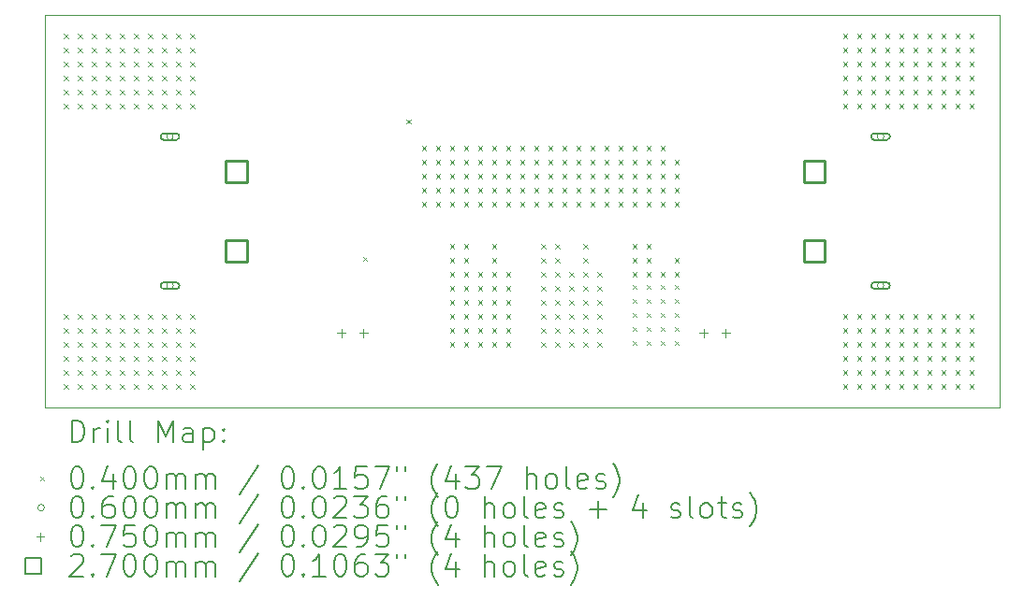
<source format=gbr>
%TF.GenerationSoftware,KiCad,Pcbnew,7.0.2*%
%TF.CreationDate,2023-07-12T23:48:03-04:00*%
%TF.ProjectId,Anti-Spark Switch,416e7469-2d53-4706-9172-6b2053776974,rev?*%
%TF.SameCoordinates,Original*%
%TF.FileFunction,Drillmap*%
%TF.FilePolarity,Positive*%
%FSLAX45Y45*%
G04 Gerber Fmt 4.5, Leading zero omitted, Abs format (unit mm)*
G04 Created by KiCad (PCBNEW 7.0.2) date 2023-07-12 23:48:03*
%MOMM*%
%LPD*%
G01*
G04 APERTURE LIST*
%ADD10C,0.100000*%
%ADD11C,0.200000*%
%ADD12C,0.040000*%
%ADD13C,0.060000*%
%ADD14C,0.075000*%
%ADD15C,0.270000*%
G04 APERTURE END LIST*
D10*
X10795000Y-8699500D02*
X19431000Y-8699500D01*
X19431000Y-12255500D01*
X10795000Y-12255500D01*
X10795000Y-8699500D01*
D11*
D12*
X10965500Y-8870000D02*
X11005500Y-8910000D01*
X11005500Y-8870000D02*
X10965500Y-8910000D01*
X10965500Y-8997000D02*
X11005500Y-9037000D01*
X11005500Y-8997000D02*
X10965500Y-9037000D01*
X10965500Y-9124000D02*
X11005500Y-9164000D01*
X11005500Y-9124000D02*
X10965500Y-9164000D01*
X10965500Y-9251000D02*
X11005500Y-9291000D01*
X11005500Y-9251000D02*
X10965500Y-9291000D01*
X10965500Y-9378000D02*
X11005500Y-9418000D01*
X11005500Y-9378000D02*
X10965500Y-9418000D01*
X10965500Y-9505000D02*
X11005500Y-9545000D01*
X11005500Y-9505000D02*
X10965500Y-9545000D01*
X10965500Y-11410000D02*
X11005500Y-11450000D01*
X11005500Y-11410000D02*
X10965500Y-11450000D01*
X10965500Y-11537000D02*
X11005500Y-11577000D01*
X11005500Y-11537000D02*
X10965500Y-11577000D01*
X10965500Y-11664000D02*
X11005500Y-11704000D01*
X11005500Y-11664000D02*
X10965500Y-11704000D01*
X10965500Y-11791000D02*
X11005500Y-11831000D01*
X11005500Y-11791000D02*
X10965500Y-11831000D01*
X10965500Y-11918000D02*
X11005500Y-11958000D01*
X11005500Y-11918000D02*
X10965500Y-11958000D01*
X10965500Y-12045000D02*
X11005500Y-12085000D01*
X11005500Y-12045000D02*
X10965500Y-12085000D01*
X11092500Y-8870000D02*
X11132500Y-8910000D01*
X11132500Y-8870000D02*
X11092500Y-8910000D01*
X11092500Y-8997000D02*
X11132500Y-9037000D01*
X11132500Y-8997000D02*
X11092500Y-9037000D01*
X11092500Y-9124000D02*
X11132500Y-9164000D01*
X11132500Y-9124000D02*
X11092500Y-9164000D01*
X11092500Y-9251000D02*
X11132500Y-9291000D01*
X11132500Y-9251000D02*
X11092500Y-9291000D01*
X11092500Y-9378000D02*
X11132500Y-9418000D01*
X11132500Y-9378000D02*
X11092500Y-9418000D01*
X11092500Y-9505000D02*
X11132500Y-9545000D01*
X11132500Y-9505000D02*
X11092500Y-9545000D01*
X11092500Y-11410000D02*
X11132500Y-11450000D01*
X11132500Y-11410000D02*
X11092500Y-11450000D01*
X11092500Y-11537000D02*
X11132500Y-11577000D01*
X11132500Y-11537000D02*
X11092500Y-11577000D01*
X11092500Y-11664000D02*
X11132500Y-11704000D01*
X11132500Y-11664000D02*
X11092500Y-11704000D01*
X11092500Y-11791000D02*
X11132500Y-11831000D01*
X11132500Y-11791000D02*
X11092500Y-11831000D01*
X11092500Y-11918000D02*
X11132500Y-11958000D01*
X11132500Y-11918000D02*
X11092500Y-11958000D01*
X11092500Y-12045000D02*
X11132500Y-12085000D01*
X11132500Y-12045000D02*
X11092500Y-12085000D01*
X11219500Y-8870000D02*
X11259500Y-8910000D01*
X11259500Y-8870000D02*
X11219500Y-8910000D01*
X11219500Y-8997000D02*
X11259500Y-9037000D01*
X11259500Y-8997000D02*
X11219500Y-9037000D01*
X11219500Y-9124000D02*
X11259500Y-9164000D01*
X11259500Y-9124000D02*
X11219500Y-9164000D01*
X11219500Y-9251000D02*
X11259500Y-9291000D01*
X11259500Y-9251000D02*
X11219500Y-9291000D01*
X11219500Y-9378000D02*
X11259500Y-9418000D01*
X11259500Y-9378000D02*
X11219500Y-9418000D01*
X11219500Y-9505000D02*
X11259500Y-9545000D01*
X11259500Y-9505000D02*
X11219500Y-9545000D01*
X11219500Y-11410000D02*
X11259500Y-11450000D01*
X11259500Y-11410000D02*
X11219500Y-11450000D01*
X11219500Y-11537000D02*
X11259500Y-11577000D01*
X11259500Y-11537000D02*
X11219500Y-11577000D01*
X11219500Y-11664000D02*
X11259500Y-11704000D01*
X11259500Y-11664000D02*
X11219500Y-11704000D01*
X11219500Y-11791000D02*
X11259500Y-11831000D01*
X11259500Y-11791000D02*
X11219500Y-11831000D01*
X11219500Y-11918000D02*
X11259500Y-11958000D01*
X11259500Y-11918000D02*
X11219500Y-11958000D01*
X11219500Y-12045000D02*
X11259500Y-12085000D01*
X11259500Y-12045000D02*
X11219500Y-12085000D01*
X11346500Y-8870000D02*
X11386500Y-8910000D01*
X11386500Y-8870000D02*
X11346500Y-8910000D01*
X11346500Y-8997000D02*
X11386500Y-9037000D01*
X11386500Y-8997000D02*
X11346500Y-9037000D01*
X11346500Y-9124000D02*
X11386500Y-9164000D01*
X11386500Y-9124000D02*
X11346500Y-9164000D01*
X11346500Y-9251000D02*
X11386500Y-9291000D01*
X11386500Y-9251000D02*
X11346500Y-9291000D01*
X11346500Y-9378000D02*
X11386500Y-9418000D01*
X11386500Y-9378000D02*
X11346500Y-9418000D01*
X11346500Y-9505000D02*
X11386500Y-9545000D01*
X11386500Y-9505000D02*
X11346500Y-9545000D01*
X11346500Y-11410000D02*
X11386500Y-11450000D01*
X11386500Y-11410000D02*
X11346500Y-11450000D01*
X11346500Y-11537000D02*
X11386500Y-11577000D01*
X11386500Y-11537000D02*
X11346500Y-11577000D01*
X11346500Y-11664000D02*
X11386500Y-11704000D01*
X11386500Y-11664000D02*
X11346500Y-11704000D01*
X11346500Y-11791000D02*
X11386500Y-11831000D01*
X11386500Y-11791000D02*
X11346500Y-11831000D01*
X11346500Y-11918000D02*
X11386500Y-11958000D01*
X11386500Y-11918000D02*
X11346500Y-11958000D01*
X11346500Y-12045000D02*
X11386500Y-12085000D01*
X11386500Y-12045000D02*
X11346500Y-12085000D01*
X11473500Y-8870000D02*
X11513500Y-8910000D01*
X11513500Y-8870000D02*
X11473500Y-8910000D01*
X11473500Y-8997000D02*
X11513500Y-9037000D01*
X11513500Y-8997000D02*
X11473500Y-9037000D01*
X11473500Y-9124000D02*
X11513500Y-9164000D01*
X11513500Y-9124000D02*
X11473500Y-9164000D01*
X11473500Y-9251000D02*
X11513500Y-9291000D01*
X11513500Y-9251000D02*
X11473500Y-9291000D01*
X11473500Y-9378000D02*
X11513500Y-9418000D01*
X11513500Y-9378000D02*
X11473500Y-9418000D01*
X11473500Y-9505000D02*
X11513500Y-9545000D01*
X11513500Y-9505000D02*
X11473500Y-9545000D01*
X11473500Y-11410000D02*
X11513500Y-11450000D01*
X11513500Y-11410000D02*
X11473500Y-11450000D01*
X11473500Y-11537000D02*
X11513500Y-11577000D01*
X11513500Y-11537000D02*
X11473500Y-11577000D01*
X11473500Y-11664000D02*
X11513500Y-11704000D01*
X11513500Y-11664000D02*
X11473500Y-11704000D01*
X11473500Y-11791000D02*
X11513500Y-11831000D01*
X11513500Y-11791000D02*
X11473500Y-11831000D01*
X11473500Y-11918000D02*
X11513500Y-11958000D01*
X11513500Y-11918000D02*
X11473500Y-11958000D01*
X11473500Y-12045000D02*
X11513500Y-12085000D01*
X11513500Y-12045000D02*
X11473500Y-12085000D01*
X11600500Y-8870000D02*
X11640500Y-8910000D01*
X11640500Y-8870000D02*
X11600500Y-8910000D01*
X11600500Y-8997000D02*
X11640500Y-9037000D01*
X11640500Y-8997000D02*
X11600500Y-9037000D01*
X11600500Y-9124000D02*
X11640500Y-9164000D01*
X11640500Y-9124000D02*
X11600500Y-9164000D01*
X11600500Y-9251000D02*
X11640500Y-9291000D01*
X11640500Y-9251000D02*
X11600500Y-9291000D01*
X11600500Y-9378000D02*
X11640500Y-9418000D01*
X11640500Y-9378000D02*
X11600500Y-9418000D01*
X11600500Y-9505000D02*
X11640500Y-9545000D01*
X11640500Y-9505000D02*
X11600500Y-9545000D01*
X11600500Y-11410000D02*
X11640500Y-11450000D01*
X11640500Y-11410000D02*
X11600500Y-11450000D01*
X11600500Y-11537000D02*
X11640500Y-11577000D01*
X11640500Y-11537000D02*
X11600500Y-11577000D01*
X11600500Y-11664000D02*
X11640500Y-11704000D01*
X11640500Y-11664000D02*
X11600500Y-11704000D01*
X11600500Y-11791000D02*
X11640500Y-11831000D01*
X11640500Y-11791000D02*
X11600500Y-11831000D01*
X11600500Y-11918000D02*
X11640500Y-11958000D01*
X11640500Y-11918000D02*
X11600500Y-11958000D01*
X11600500Y-12045000D02*
X11640500Y-12085000D01*
X11640500Y-12045000D02*
X11600500Y-12085000D01*
X11727500Y-8870000D02*
X11767500Y-8910000D01*
X11767500Y-8870000D02*
X11727500Y-8910000D01*
X11727500Y-8997000D02*
X11767500Y-9037000D01*
X11767500Y-8997000D02*
X11727500Y-9037000D01*
X11727500Y-9124000D02*
X11767500Y-9164000D01*
X11767500Y-9124000D02*
X11727500Y-9164000D01*
X11727500Y-9251000D02*
X11767500Y-9291000D01*
X11767500Y-9251000D02*
X11727500Y-9291000D01*
X11727500Y-9378000D02*
X11767500Y-9418000D01*
X11767500Y-9378000D02*
X11727500Y-9418000D01*
X11727500Y-9505000D02*
X11767500Y-9545000D01*
X11767500Y-9505000D02*
X11727500Y-9545000D01*
X11727500Y-11410000D02*
X11767500Y-11450000D01*
X11767500Y-11410000D02*
X11727500Y-11450000D01*
X11727500Y-11537000D02*
X11767500Y-11577000D01*
X11767500Y-11537000D02*
X11727500Y-11577000D01*
X11727500Y-11664000D02*
X11767500Y-11704000D01*
X11767500Y-11664000D02*
X11727500Y-11704000D01*
X11727500Y-11791000D02*
X11767500Y-11831000D01*
X11767500Y-11791000D02*
X11727500Y-11831000D01*
X11727500Y-11918000D02*
X11767500Y-11958000D01*
X11767500Y-11918000D02*
X11727500Y-11958000D01*
X11727500Y-12045000D02*
X11767500Y-12085000D01*
X11767500Y-12045000D02*
X11727500Y-12085000D01*
X11854500Y-8870000D02*
X11894500Y-8910000D01*
X11894500Y-8870000D02*
X11854500Y-8910000D01*
X11854500Y-8997000D02*
X11894500Y-9037000D01*
X11894500Y-8997000D02*
X11854500Y-9037000D01*
X11854500Y-9124000D02*
X11894500Y-9164000D01*
X11894500Y-9124000D02*
X11854500Y-9164000D01*
X11854500Y-9251000D02*
X11894500Y-9291000D01*
X11894500Y-9251000D02*
X11854500Y-9291000D01*
X11854500Y-9378000D02*
X11894500Y-9418000D01*
X11894500Y-9378000D02*
X11854500Y-9418000D01*
X11854500Y-9505000D02*
X11894500Y-9545000D01*
X11894500Y-9505000D02*
X11854500Y-9545000D01*
X11854500Y-11410000D02*
X11894500Y-11450000D01*
X11894500Y-11410000D02*
X11854500Y-11450000D01*
X11854500Y-11537000D02*
X11894500Y-11577000D01*
X11894500Y-11537000D02*
X11854500Y-11577000D01*
X11854500Y-11664000D02*
X11894500Y-11704000D01*
X11894500Y-11664000D02*
X11854500Y-11704000D01*
X11854500Y-11791000D02*
X11894500Y-11831000D01*
X11894500Y-11791000D02*
X11854500Y-11831000D01*
X11854500Y-11918000D02*
X11894500Y-11958000D01*
X11894500Y-11918000D02*
X11854500Y-11958000D01*
X11854500Y-12045000D02*
X11894500Y-12085000D01*
X11894500Y-12045000D02*
X11854500Y-12085000D01*
X11981500Y-8870000D02*
X12021500Y-8910000D01*
X12021500Y-8870000D02*
X11981500Y-8910000D01*
X11981500Y-8997000D02*
X12021500Y-9037000D01*
X12021500Y-8997000D02*
X11981500Y-9037000D01*
X11981500Y-9124000D02*
X12021500Y-9164000D01*
X12021500Y-9124000D02*
X11981500Y-9164000D01*
X11981500Y-9251000D02*
X12021500Y-9291000D01*
X12021500Y-9251000D02*
X11981500Y-9291000D01*
X11981500Y-9378000D02*
X12021500Y-9418000D01*
X12021500Y-9378000D02*
X11981500Y-9418000D01*
X11981500Y-9505000D02*
X12021500Y-9545000D01*
X12021500Y-9505000D02*
X11981500Y-9545000D01*
X11981500Y-11410000D02*
X12021500Y-11450000D01*
X12021500Y-11410000D02*
X11981500Y-11450000D01*
X11981500Y-11537000D02*
X12021500Y-11577000D01*
X12021500Y-11537000D02*
X11981500Y-11577000D01*
X11981500Y-11664000D02*
X12021500Y-11704000D01*
X12021500Y-11664000D02*
X11981500Y-11704000D01*
X11981500Y-11791000D02*
X12021500Y-11831000D01*
X12021500Y-11791000D02*
X11981500Y-11831000D01*
X11981500Y-11918000D02*
X12021500Y-11958000D01*
X12021500Y-11918000D02*
X11981500Y-11958000D01*
X11981500Y-12045000D02*
X12021500Y-12085000D01*
X12021500Y-12045000D02*
X11981500Y-12085000D01*
X12108500Y-8870000D02*
X12148500Y-8910000D01*
X12148500Y-8870000D02*
X12108500Y-8910000D01*
X12108500Y-8997000D02*
X12148500Y-9037000D01*
X12148500Y-8997000D02*
X12108500Y-9037000D01*
X12108500Y-9124000D02*
X12148500Y-9164000D01*
X12148500Y-9124000D02*
X12108500Y-9164000D01*
X12108500Y-9251000D02*
X12148500Y-9291000D01*
X12148500Y-9251000D02*
X12108500Y-9291000D01*
X12108500Y-9378000D02*
X12148500Y-9418000D01*
X12148500Y-9378000D02*
X12108500Y-9418000D01*
X12108500Y-9505000D02*
X12148500Y-9545000D01*
X12148500Y-9505000D02*
X12108500Y-9545000D01*
X12108500Y-11410000D02*
X12148500Y-11450000D01*
X12148500Y-11410000D02*
X12108500Y-11450000D01*
X12108500Y-11537000D02*
X12148500Y-11577000D01*
X12148500Y-11537000D02*
X12108500Y-11577000D01*
X12108500Y-11664000D02*
X12148500Y-11704000D01*
X12148500Y-11664000D02*
X12108500Y-11704000D01*
X12108500Y-11791000D02*
X12148500Y-11831000D01*
X12148500Y-11791000D02*
X12108500Y-11831000D01*
X12108500Y-11918000D02*
X12148500Y-11958000D01*
X12148500Y-11918000D02*
X12108500Y-11958000D01*
X12108500Y-12045000D02*
X12148500Y-12085000D01*
X12148500Y-12045000D02*
X12108500Y-12085000D01*
X13670600Y-10889300D02*
X13710600Y-10929300D01*
X13710600Y-10889300D02*
X13670600Y-10929300D01*
X14064300Y-9644700D02*
X14104300Y-9684700D01*
X14104300Y-9644700D02*
X14064300Y-9684700D01*
X14204000Y-9886000D02*
X14244000Y-9926000D01*
X14244000Y-9886000D02*
X14204000Y-9926000D01*
X14204000Y-10013000D02*
X14244000Y-10053000D01*
X14244000Y-10013000D02*
X14204000Y-10053000D01*
X14204000Y-10140000D02*
X14244000Y-10180000D01*
X14244000Y-10140000D02*
X14204000Y-10180000D01*
X14204000Y-10267000D02*
X14244000Y-10307000D01*
X14244000Y-10267000D02*
X14204000Y-10307000D01*
X14204000Y-10394000D02*
X14244000Y-10434000D01*
X14244000Y-10394000D02*
X14204000Y-10434000D01*
X14331000Y-9886000D02*
X14371000Y-9926000D01*
X14371000Y-9886000D02*
X14331000Y-9926000D01*
X14331000Y-10013000D02*
X14371000Y-10053000D01*
X14371000Y-10013000D02*
X14331000Y-10053000D01*
X14331000Y-10140000D02*
X14371000Y-10180000D01*
X14371000Y-10140000D02*
X14331000Y-10180000D01*
X14331000Y-10267000D02*
X14371000Y-10307000D01*
X14371000Y-10267000D02*
X14331000Y-10307000D01*
X14331000Y-10394000D02*
X14371000Y-10434000D01*
X14371000Y-10394000D02*
X14331000Y-10434000D01*
X14458000Y-9886000D02*
X14498000Y-9926000D01*
X14498000Y-9886000D02*
X14458000Y-9926000D01*
X14458000Y-10013000D02*
X14498000Y-10053000D01*
X14498000Y-10013000D02*
X14458000Y-10053000D01*
X14458000Y-10140000D02*
X14498000Y-10180000D01*
X14498000Y-10140000D02*
X14458000Y-10180000D01*
X14458000Y-10267000D02*
X14498000Y-10307000D01*
X14498000Y-10267000D02*
X14458000Y-10307000D01*
X14458000Y-10394000D02*
X14498000Y-10434000D01*
X14498000Y-10394000D02*
X14458000Y-10434000D01*
X14458000Y-10775000D02*
X14498000Y-10815000D01*
X14498000Y-10775000D02*
X14458000Y-10815000D01*
X14458000Y-10902000D02*
X14498000Y-10942000D01*
X14498000Y-10902000D02*
X14458000Y-10942000D01*
X14458000Y-11029000D02*
X14498000Y-11069000D01*
X14498000Y-11029000D02*
X14458000Y-11069000D01*
X14458000Y-11156000D02*
X14498000Y-11196000D01*
X14498000Y-11156000D02*
X14458000Y-11196000D01*
X14458000Y-11283000D02*
X14498000Y-11323000D01*
X14498000Y-11283000D02*
X14458000Y-11323000D01*
X14458000Y-11410000D02*
X14498000Y-11450000D01*
X14498000Y-11410000D02*
X14458000Y-11450000D01*
X14458000Y-11537000D02*
X14498000Y-11577000D01*
X14498000Y-11537000D02*
X14458000Y-11577000D01*
X14458000Y-11664000D02*
X14498000Y-11704000D01*
X14498000Y-11664000D02*
X14458000Y-11704000D01*
X14585000Y-9886000D02*
X14625000Y-9926000D01*
X14625000Y-9886000D02*
X14585000Y-9926000D01*
X14585000Y-10013000D02*
X14625000Y-10053000D01*
X14625000Y-10013000D02*
X14585000Y-10053000D01*
X14585000Y-10140000D02*
X14625000Y-10180000D01*
X14625000Y-10140000D02*
X14585000Y-10180000D01*
X14585000Y-10267000D02*
X14625000Y-10307000D01*
X14625000Y-10267000D02*
X14585000Y-10307000D01*
X14585000Y-10394000D02*
X14625000Y-10434000D01*
X14625000Y-10394000D02*
X14585000Y-10434000D01*
X14585000Y-10775000D02*
X14625000Y-10815000D01*
X14625000Y-10775000D02*
X14585000Y-10815000D01*
X14585000Y-10902000D02*
X14625000Y-10942000D01*
X14625000Y-10902000D02*
X14585000Y-10942000D01*
X14585000Y-11029000D02*
X14625000Y-11069000D01*
X14625000Y-11029000D02*
X14585000Y-11069000D01*
X14585000Y-11156000D02*
X14625000Y-11196000D01*
X14625000Y-11156000D02*
X14585000Y-11196000D01*
X14585000Y-11283000D02*
X14625000Y-11323000D01*
X14625000Y-11283000D02*
X14585000Y-11323000D01*
X14585000Y-11410000D02*
X14625000Y-11450000D01*
X14625000Y-11410000D02*
X14585000Y-11450000D01*
X14585000Y-11537000D02*
X14625000Y-11577000D01*
X14625000Y-11537000D02*
X14585000Y-11577000D01*
X14585000Y-11664000D02*
X14625000Y-11704000D01*
X14625000Y-11664000D02*
X14585000Y-11704000D01*
X14712000Y-9886000D02*
X14752000Y-9926000D01*
X14752000Y-9886000D02*
X14712000Y-9926000D01*
X14712000Y-10013000D02*
X14752000Y-10053000D01*
X14752000Y-10013000D02*
X14712000Y-10053000D01*
X14712000Y-10140000D02*
X14752000Y-10180000D01*
X14752000Y-10140000D02*
X14712000Y-10180000D01*
X14712000Y-10267000D02*
X14752000Y-10307000D01*
X14752000Y-10267000D02*
X14712000Y-10307000D01*
X14712000Y-10394000D02*
X14752000Y-10434000D01*
X14752000Y-10394000D02*
X14712000Y-10434000D01*
X14712000Y-11029000D02*
X14752000Y-11069000D01*
X14752000Y-11029000D02*
X14712000Y-11069000D01*
X14712000Y-11156000D02*
X14752000Y-11196000D01*
X14752000Y-11156000D02*
X14712000Y-11196000D01*
X14712000Y-11283000D02*
X14752000Y-11323000D01*
X14752000Y-11283000D02*
X14712000Y-11323000D01*
X14712000Y-11410000D02*
X14752000Y-11450000D01*
X14752000Y-11410000D02*
X14712000Y-11450000D01*
X14712000Y-11537000D02*
X14752000Y-11577000D01*
X14752000Y-11537000D02*
X14712000Y-11577000D01*
X14712000Y-11664000D02*
X14752000Y-11704000D01*
X14752000Y-11664000D02*
X14712000Y-11704000D01*
X14839000Y-9886000D02*
X14879000Y-9926000D01*
X14879000Y-9886000D02*
X14839000Y-9926000D01*
X14839000Y-10013000D02*
X14879000Y-10053000D01*
X14879000Y-10013000D02*
X14839000Y-10053000D01*
X14839000Y-10140000D02*
X14879000Y-10180000D01*
X14879000Y-10140000D02*
X14839000Y-10180000D01*
X14839000Y-10267000D02*
X14879000Y-10307000D01*
X14879000Y-10267000D02*
X14839000Y-10307000D01*
X14839000Y-10394000D02*
X14879000Y-10434000D01*
X14879000Y-10394000D02*
X14839000Y-10434000D01*
X14839000Y-10775000D02*
X14879000Y-10815000D01*
X14879000Y-10775000D02*
X14839000Y-10815000D01*
X14839000Y-10902000D02*
X14879000Y-10942000D01*
X14879000Y-10902000D02*
X14839000Y-10942000D01*
X14839000Y-11029000D02*
X14879000Y-11069000D01*
X14879000Y-11029000D02*
X14839000Y-11069000D01*
X14839000Y-11156000D02*
X14879000Y-11196000D01*
X14879000Y-11156000D02*
X14839000Y-11196000D01*
X14839000Y-11283000D02*
X14879000Y-11323000D01*
X14879000Y-11283000D02*
X14839000Y-11323000D01*
X14839000Y-11410000D02*
X14879000Y-11450000D01*
X14879000Y-11410000D02*
X14839000Y-11450000D01*
X14839000Y-11537000D02*
X14879000Y-11577000D01*
X14879000Y-11537000D02*
X14839000Y-11577000D01*
X14839000Y-11664000D02*
X14879000Y-11704000D01*
X14879000Y-11664000D02*
X14839000Y-11704000D01*
X14966000Y-9886000D02*
X15006000Y-9926000D01*
X15006000Y-9886000D02*
X14966000Y-9926000D01*
X14966000Y-10013000D02*
X15006000Y-10053000D01*
X15006000Y-10013000D02*
X14966000Y-10053000D01*
X14966000Y-10140000D02*
X15006000Y-10180000D01*
X15006000Y-10140000D02*
X14966000Y-10180000D01*
X14966000Y-10267000D02*
X15006000Y-10307000D01*
X15006000Y-10267000D02*
X14966000Y-10307000D01*
X14966000Y-10394000D02*
X15006000Y-10434000D01*
X15006000Y-10394000D02*
X14966000Y-10434000D01*
X14966000Y-11029000D02*
X15006000Y-11069000D01*
X15006000Y-11029000D02*
X14966000Y-11069000D01*
X14966000Y-11156000D02*
X15006000Y-11196000D01*
X15006000Y-11156000D02*
X14966000Y-11196000D01*
X14966000Y-11283000D02*
X15006000Y-11323000D01*
X15006000Y-11283000D02*
X14966000Y-11323000D01*
X14966000Y-11410000D02*
X15006000Y-11450000D01*
X15006000Y-11410000D02*
X14966000Y-11450000D01*
X14966000Y-11537000D02*
X15006000Y-11577000D01*
X15006000Y-11537000D02*
X14966000Y-11577000D01*
X14966000Y-11664000D02*
X15006000Y-11704000D01*
X15006000Y-11664000D02*
X14966000Y-11704000D01*
X15093000Y-9886000D02*
X15133000Y-9926000D01*
X15133000Y-9886000D02*
X15093000Y-9926000D01*
X15093000Y-10013000D02*
X15133000Y-10053000D01*
X15133000Y-10013000D02*
X15093000Y-10053000D01*
X15093000Y-10140000D02*
X15133000Y-10180000D01*
X15133000Y-10140000D02*
X15093000Y-10180000D01*
X15093000Y-10267000D02*
X15133000Y-10307000D01*
X15133000Y-10267000D02*
X15093000Y-10307000D01*
X15093000Y-10394000D02*
X15133000Y-10434000D01*
X15133000Y-10394000D02*
X15093000Y-10434000D01*
X15220000Y-9886000D02*
X15260000Y-9926000D01*
X15260000Y-9886000D02*
X15220000Y-9926000D01*
X15220000Y-10013000D02*
X15260000Y-10053000D01*
X15260000Y-10013000D02*
X15220000Y-10053000D01*
X15220000Y-10140000D02*
X15260000Y-10180000D01*
X15260000Y-10140000D02*
X15220000Y-10180000D01*
X15220000Y-10267000D02*
X15260000Y-10307000D01*
X15260000Y-10267000D02*
X15220000Y-10307000D01*
X15220000Y-10394000D02*
X15260000Y-10434000D01*
X15260000Y-10394000D02*
X15220000Y-10434000D01*
X15283500Y-10775000D02*
X15323500Y-10815000D01*
X15323500Y-10775000D02*
X15283500Y-10815000D01*
X15283500Y-10902000D02*
X15323500Y-10942000D01*
X15323500Y-10902000D02*
X15283500Y-10942000D01*
X15283500Y-11029000D02*
X15323500Y-11069000D01*
X15323500Y-11029000D02*
X15283500Y-11069000D01*
X15283500Y-11156000D02*
X15323500Y-11196000D01*
X15323500Y-11156000D02*
X15283500Y-11196000D01*
X15283500Y-11283000D02*
X15323500Y-11323000D01*
X15323500Y-11283000D02*
X15283500Y-11323000D01*
X15283500Y-11410000D02*
X15323500Y-11450000D01*
X15323500Y-11410000D02*
X15283500Y-11450000D01*
X15283500Y-11537000D02*
X15323500Y-11577000D01*
X15323500Y-11537000D02*
X15283500Y-11577000D01*
X15283500Y-11664000D02*
X15323500Y-11704000D01*
X15323500Y-11664000D02*
X15283500Y-11704000D01*
X15347000Y-9886000D02*
X15387000Y-9926000D01*
X15387000Y-9886000D02*
X15347000Y-9926000D01*
X15347000Y-10013000D02*
X15387000Y-10053000D01*
X15387000Y-10013000D02*
X15347000Y-10053000D01*
X15347000Y-10140000D02*
X15387000Y-10180000D01*
X15387000Y-10140000D02*
X15347000Y-10180000D01*
X15347000Y-10267000D02*
X15387000Y-10307000D01*
X15387000Y-10267000D02*
X15347000Y-10307000D01*
X15347000Y-10394000D02*
X15387000Y-10434000D01*
X15387000Y-10394000D02*
X15347000Y-10434000D01*
X15410500Y-10775000D02*
X15450500Y-10815000D01*
X15450500Y-10775000D02*
X15410500Y-10815000D01*
X15410500Y-10902000D02*
X15450500Y-10942000D01*
X15450500Y-10902000D02*
X15410500Y-10942000D01*
X15410500Y-11029000D02*
X15450500Y-11069000D01*
X15450500Y-11029000D02*
X15410500Y-11069000D01*
X15410500Y-11156000D02*
X15450500Y-11196000D01*
X15450500Y-11156000D02*
X15410500Y-11196000D01*
X15410500Y-11283000D02*
X15450500Y-11323000D01*
X15450500Y-11283000D02*
X15410500Y-11323000D01*
X15410500Y-11410000D02*
X15450500Y-11450000D01*
X15450500Y-11410000D02*
X15410500Y-11450000D01*
X15410500Y-11537000D02*
X15450500Y-11577000D01*
X15450500Y-11537000D02*
X15410500Y-11577000D01*
X15410500Y-11664000D02*
X15450500Y-11704000D01*
X15450500Y-11664000D02*
X15410500Y-11704000D01*
X15474000Y-9886000D02*
X15514000Y-9926000D01*
X15514000Y-9886000D02*
X15474000Y-9926000D01*
X15474000Y-10013000D02*
X15514000Y-10053000D01*
X15514000Y-10013000D02*
X15474000Y-10053000D01*
X15474000Y-10140000D02*
X15514000Y-10180000D01*
X15514000Y-10140000D02*
X15474000Y-10180000D01*
X15474000Y-10267000D02*
X15514000Y-10307000D01*
X15514000Y-10267000D02*
X15474000Y-10307000D01*
X15474000Y-10394000D02*
X15514000Y-10434000D01*
X15514000Y-10394000D02*
X15474000Y-10434000D01*
X15537500Y-11029000D02*
X15577500Y-11069000D01*
X15577500Y-11029000D02*
X15537500Y-11069000D01*
X15537500Y-11156000D02*
X15577500Y-11196000D01*
X15577500Y-11156000D02*
X15537500Y-11196000D01*
X15537500Y-11283000D02*
X15577500Y-11323000D01*
X15577500Y-11283000D02*
X15537500Y-11323000D01*
X15537500Y-11410000D02*
X15577500Y-11450000D01*
X15577500Y-11410000D02*
X15537500Y-11450000D01*
X15537500Y-11537000D02*
X15577500Y-11577000D01*
X15577500Y-11537000D02*
X15537500Y-11577000D01*
X15537500Y-11664000D02*
X15577500Y-11704000D01*
X15577500Y-11664000D02*
X15537500Y-11704000D01*
X15601000Y-9886000D02*
X15641000Y-9926000D01*
X15641000Y-9886000D02*
X15601000Y-9926000D01*
X15601000Y-10013000D02*
X15641000Y-10053000D01*
X15641000Y-10013000D02*
X15601000Y-10053000D01*
X15601000Y-10140000D02*
X15641000Y-10180000D01*
X15641000Y-10140000D02*
X15601000Y-10180000D01*
X15601000Y-10267000D02*
X15641000Y-10307000D01*
X15641000Y-10267000D02*
X15601000Y-10307000D01*
X15601000Y-10394000D02*
X15641000Y-10434000D01*
X15641000Y-10394000D02*
X15601000Y-10434000D01*
X15664500Y-10775000D02*
X15704500Y-10815000D01*
X15704500Y-10775000D02*
X15664500Y-10815000D01*
X15664500Y-10902000D02*
X15704500Y-10942000D01*
X15704500Y-10902000D02*
X15664500Y-10942000D01*
X15664500Y-11029000D02*
X15704500Y-11069000D01*
X15704500Y-11029000D02*
X15664500Y-11069000D01*
X15664500Y-11156000D02*
X15704500Y-11196000D01*
X15704500Y-11156000D02*
X15664500Y-11196000D01*
X15664500Y-11283000D02*
X15704500Y-11323000D01*
X15704500Y-11283000D02*
X15664500Y-11323000D01*
X15664500Y-11410000D02*
X15704500Y-11450000D01*
X15704500Y-11410000D02*
X15664500Y-11450000D01*
X15664500Y-11537000D02*
X15704500Y-11577000D01*
X15704500Y-11537000D02*
X15664500Y-11577000D01*
X15664500Y-11664000D02*
X15704500Y-11704000D01*
X15704500Y-11664000D02*
X15664500Y-11704000D01*
X15728000Y-9886000D02*
X15768000Y-9926000D01*
X15768000Y-9886000D02*
X15728000Y-9926000D01*
X15728000Y-10013000D02*
X15768000Y-10053000D01*
X15768000Y-10013000D02*
X15728000Y-10053000D01*
X15728000Y-10140000D02*
X15768000Y-10180000D01*
X15768000Y-10140000D02*
X15728000Y-10180000D01*
X15728000Y-10267000D02*
X15768000Y-10307000D01*
X15768000Y-10267000D02*
X15728000Y-10307000D01*
X15728000Y-10394000D02*
X15768000Y-10434000D01*
X15768000Y-10394000D02*
X15728000Y-10434000D01*
X15791500Y-11029000D02*
X15831500Y-11069000D01*
X15831500Y-11029000D02*
X15791500Y-11069000D01*
X15791500Y-11156000D02*
X15831500Y-11196000D01*
X15831500Y-11156000D02*
X15791500Y-11196000D01*
X15791500Y-11283000D02*
X15831500Y-11323000D01*
X15831500Y-11283000D02*
X15791500Y-11323000D01*
X15791500Y-11410000D02*
X15831500Y-11450000D01*
X15831500Y-11410000D02*
X15791500Y-11450000D01*
X15791500Y-11537000D02*
X15831500Y-11577000D01*
X15831500Y-11537000D02*
X15791500Y-11577000D01*
X15791500Y-11664000D02*
X15831500Y-11704000D01*
X15831500Y-11664000D02*
X15791500Y-11704000D01*
X15855000Y-9886000D02*
X15895000Y-9926000D01*
X15895000Y-9886000D02*
X15855000Y-9926000D01*
X15855000Y-10013000D02*
X15895000Y-10053000D01*
X15895000Y-10013000D02*
X15855000Y-10053000D01*
X15855000Y-10140000D02*
X15895000Y-10180000D01*
X15895000Y-10140000D02*
X15855000Y-10180000D01*
X15855000Y-10267000D02*
X15895000Y-10307000D01*
X15895000Y-10267000D02*
X15855000Y-10307000D01*
X15855000Y-10394000D02*
X15895000Y-10434000D01*
X15895000Y-10394000D02*
X15855000Y-10434000D01*
X15982000Y-9886000D02*
X16022000Y-9926000D01*
X16022000Y-9886000D02*
X15982000Y-9926000D01*
X15982000Y-10013000D02*
X16022000Y-10053000D01*
X16022000Y-10013000D02*
X15982000Y-10053000D01*
X15982000Y-10140000D02*
X16022000Y-10180000D01*
X16022000Y-10140000D02*
X15982000Y-10180000D01*
X15982000Y-10267000D02*
X16022000Y-10307000D01*
X16022000Y-10267000D02*
X15982000Y-10307000D01*
X15982000Y-10394000D02*
X16022000Y-10434000D01*
X16022000Y-10394000D02*
X15982000Y-10434000D01*
X16109000Y-9886000D02*
X16149000Y-9926000D01*
X16149000Y-9886000D02*
X16109000Y-9926000D01*
X16109000Y-10013000D02*
X16149000Y-10053000D01*
X16149000Y-10013000D02*
X16109000Y-10053000D01*
X16109000Y-10140000D02*
X16149000Y-10180000D01*
X16149000Y-10140000D02*
X16109000Y-10180000D01*
X16109000Y-10267000D02*
X16149000Y-10307000D01*
X16149000Y-10267000D02*
X16109000Y-10307000D01*
X16109000Y-10394000D02*
X16149000Y-10434000D01*
X16149000Y-10394000D02*
X16109000Y-10434000D01*
X16109000Y-10775000D02*
X16149000Y-10815000D01*
X16149000Y-10775000D02*
X16109000Y-10815000D01*
X16109000Y-10902000D02*
X16149000Y-10942000D01*
X16149000Y-10902000D02*
X16109000Y-10942000D01*
X16109000Y-11029000D02*
X16149000Y-11069000D01*
X16149000Y-11029000D02*
X16109000Y-11069000D01*
X16109000Y-11143300D02*
X16149000Y-11183300D01*
X16149000Y-11143300D02*
X16109000Y-11183300D01*
X16109000Y-11270300D02*
X16149000Y-11310300D01*
X16149000Y-11270300D02*
X16109000Y-11310300D01*
X16109000Y-11397300D02*
X16149000Y-11437300D01*
X16149000Y-11397300D02*
X16109000Y-11437300D01*
X16109000Y-11524300D02*
X16149000Y-11564300D01*
X16149000Y-11524300D02*
X16109000Y-11564300D01*
X16109000Y-11651300D02*
X16149000Y-11691300D01*
X16149000Y-11651300D02*
X16109000Y-11691300D01*
X16236000Y-9886000D02*
X16276000Y-9926000D01*
X16276000Y-9886000D02*
X16236000Y-9926000D01*
X16236000Y-10013000D02*
X16276000Y-10053000D01*
X16276000Y-10013000D02*
X16236000Y-10053000D01*
X16236000Y-10140000D02*
X16276000Y-10180000D01*
X16276000Y-10140000D02*
X16236000Y-10180000D01*
X16236000Y-10267000D02*
X16276000Y-10307000D01*
X16276000Y-10267000D02*
X16236000Y-10307000D01*
X16236000Y-10394000D02*
X16276000Y-10434000D01*
X16276000Y-10394000D02*
X16236000Y-10434000D01*
X16236000Y-10775000D02*
X16276000Y-10815000D01*
X16276000Y-10775000D02*
X16236000Y-10815000D01*
X16236000Y-10902000D02*
X16276000Y-10942000D01*
X16276000Y-10902000D02*
X16236000Y-10942000D01*
X16236000Y-11029000D02*
X16276000Y-11069000D01*
X16276000Y-11029000D02*
X16236000Y-11069000D01*
X16236000Y-11143300D02*
X16276000Y-11183300D01*
X16276000Y-11143300D02*
X16236000Y-11183300D01*
X16236000Y-11270300D02*
X16276000Y-11310300D01*
X16276000Y-11270300D02*
X16236000Y-11310300D01*
X16236000Y-11397300D02*
X16276000Y-11437300D01*
X16276000Y-11397300D02*
X16236000Y-11437300D01*
X16236000Y-11524300D02*
X16276000Y-11564300D01*
X16276000Y-11524300D02*
X16236000Y-11564300D01*
X16236000Y-11651300D02*
X16276000Y-11691300D01*
X16276000Y-11651300D02*
X16236000Y-11691300D01*
X16363000Y-9886000D02*
X16403000Y-9926000D01*
X16403000Y-9886000D02*
X16363000Y-9926000D01*
X16363000Y-10013000D02*
X16403000Y-10053000D01*
X16403000Y-10013000D02*
X16363000Y-10053000D01*
X16363000Y-10140000D02*
X16403000Y-10180000D01*
X16403000Y-10140000D02*
X16363000Y-10180000D01*
X16363000Y-10267000D02*
X16403000Y-10307000D01*
X16403000Y-10267000D02*
X16363000Y-10307000D01*
X16363000Y-10394000D02*
X16403000Y-10434000D01*
X16403000Y-10394000D02*
X16363000Y-10434000D01*
X16363000Y-11029000D02*
X16403000Y-11069000D01*
X16403000Y-11029000D02*
X16363000Y-11069000D01*
X16363000Y-11143300D02*
X16403000Y-11183300D01*
X16403000Y-11143300D02*
X16363000Y-11183300D01*
X16363000Y-11270300D02*
X16403000Y-11310300D01*
X16403000Y-11270300D02*
X16363000Y-11310300D01*
X16363000Y-11397300D02*
X16403000Y-11437300D01*
X16403000Y-11397300D02*
X16363000Y-11437300D01*
X16363000Y-11524300D02*
X16403000Y-11564300D01*
X16403000Y-11524300D02*
X16363000Y-11564300D01*
X16363000Y-11651300D02*
X16403000Y-11691300D01*
X16403000Y-11651300D02*
X16363000Y-11691300D01*
X16490000Y-10013000D02*
X16530000Y-10053000D01*
X16530000Y-10013000D02*
X16490000Y-10053000D01*
X16490000Y-10140000D02*
X16530000Y-10180000D01*
X16530000Y-10140000D02*
X16490000Y-10180000D01*
X16490000Y-10267000D02*
X16530000Y-10307000D01*
X16530000Y-10267000D02*
X16490000Y-10307000D01*
X16490000Y-10394000D02*
X16530000Y-10434000D01*
X16530000Y-10394000D02*
X16490000Y-10434000D01*
X16490000Y-10902000D02*
X16530000Y-10942000D01*
X16530000Y-10902000D02*
X16490000Y-10942000D01*
X16490000Y-11029000D02*
X16530000Y-11069000D01*
X16530000Y-11029000D02*
X16490000Y-11069000D01*
X16490000Y-11143300D02*
X16530000Y-11183300D01*
X16530000Y-11143300D02*
X16490000Y-11183300D01*
X16490000Y-11270300D02*
X16530000Y-11310300D01*
X16530000Y-11270300D02*
X16490000Y-11310300D01*
X16490000Y-11397300D02*
X16530000Y-11437300D01*
X16530000Y-11397300D02*
X16490000Y-11437300D01*
X16490000Y-11524300D02*
X16530000Y-11564300D01*
X16530000Y-11524300D02*
X16490000Y-11564300D01*
X16490000Y-11651300D02*
X16530000Y-11691300D01*
X16530000Y-11651300D02*
X16490000Y-11691300D01*
X18014000Y-8870000D02*
X18054000Y-8910000D01*
X18054000Y-8870000D02*
X18014000Y-8910000D01*
X18014000Y-8997000D02*
X18054000Y-9037000D01*
X18054000Y-8997000D02*
X18014000Y-9037000D01*
X18014000Y-9124000D02*
X18054000Y-9164000D01*
X18054000Y-9124000D02*
X18014000Y-9164000D01*
X18014000Y-9251000D02*
X18054000Y-9291000D01*
X18054000Y-9251000D02*
X18014000Y-9291000D01*
X18014000Y-9378000D02*
X18054000Y-9418000D01*
X18054000Y-9378000D02*
X18014000Y-9418000D01*
X18014000Y-9505000D02*
X18054000Y-9545000D01*
X18054000Y-9505000D02*
X18014000Y-9545000D01*
X18014000Y-11410000D02*
X18054000Y-11450000D01*
X18054000Y-11410000D02*
X18014000Y-11450000D01*
X18014000Y-11537000D02*
X18054000Y-11577000D01*
X18054000Y-11537000D02*
X18014000Y-11577000D01*
X18014000Y-11664000D02*
X18054000Y-11704000D01*
X18054000Y-11664000D02*
X18014000Y-11704000D01*
X18014000Y-11791000D02*
X18054000Y-11831000D01*
X18054000Y-11791000D02*
X18014000Y-11831000D01*
X18014000Y-11918000D02*
X18054000Y-11958000D01*
X18054000Y-11918000D02*
X18014000Y-11958000D01*
X18014000Y-12045000D02*
X18054000Y-12085000D01*
X18054000Y-12045000D02*
X18014000Y-12085000D01*
X18141000Y-8870000D02*
X18181000Y-8910000D01*
X18181000Y-8870000D02*
X18141000Y-8910000D01*
X18141000Y-8997000D02*
X18181000Y-9037000D01*
X18181000Y-8997000D02*
X18141000Y-9037000D01*
X18141000Y-9124000D02*
X18181000Y-9164000D01*
X18181000Y-9124000D02*
X18141000Y-9164000D01*
X18141000Y-9251000D02*
X18181000Y-9291000D01*
X18181000Y-9251000D02*
X18141000Y-9291000D01*
X18141000Y-9378000D02*
X18181000Y-9418000D01*
X18181000Y-9378000D02*
X18141000Y-9418000D01*
X18141000Y-9505000D02*
X18181000Y-9545000D01*
X18181000Y-9505000D02*
X18141000Y-9545000D01*
X18141000Y-11410000D02*
X18181000Y-11450000D01*
X18181000Y-11410000D02*
X18141000Y-11450000D01*
X18141000Y-11537000D02*
X18181000Y-11577000D01*
X18181000Y-11537000D02*
X18141000Y-11577000D01*
X18141000Y-11664000D02*
X18181000Y-11704000D01*
X18181000Y-11664000D02*
X18141000Y-11704000D01*
X18141000Y-11791000D02*
X18181000Y-11831000D01*
X18181000Y-11791000D02*
X18141000Y-11831000D01*
X18141000Y-11918000D02*
X18181000Y-11958000D01*
X18181000Y-11918000D02*
X18141000Y-11958000D01*
X18141000Y-12045000D02*
X18181000Y-12085000D01*
X18181000Y-12045000D02*
X18141000Y-12085000D01*
X18268000Y-8870000D02*
X18308000Y-8910000D01*
X18308000Y-8870000D02*
X18268000Y-8910000D01*
X18268000Y-8997000D02*
X18308000Y-9037000D01*
X18308000Y-8997000D02*
X18268000Y-9037000D01*
X18268000Y-9124000D02*
X18308000Y-9164000D01*
X18308000Y-9124000D02*
X18268000Y-9164000D01*
X18268000Y-9251000D02*
X18308000Y-9291000D01*
X18308000Y-9251000D02*
X18268000Y-9291000D01*
X18268000Y-9378000D02*
X18308000Y-9418000D01*
X18308000Y-9378000D02*
X18268000Y-9418000D01*
X18268000Y-9505000D02*
X18308000Y-9545000D01*
X18308000Y-9505000D02*
X18268000Y-9545000D01*
X18268000Y-11410000D02*
X18308000Y-11450000D01*
X18308000Y-11410000D02*
X18268000Y-11450000D01*
X18268000Y-11537000D02*
X18308000Y-11577000D01*
X18308000Y-11537000D02*
X18268000Y-11577000D01*
X18268000Y-11664000D02*
X18308000Y-11704000D01*
X18308000Y-11664000D02*
X18268000Y-11704000D01*
X18268000Y-11791000D02*
X18308000Y-11831000D01*
X18308000Y-11791000D02*
X18268000Y-11831000D01*
X18268000Y-11918000D02*
X18308000Y-11958000D01*
X18308000Y-11918000D02*
X18268000Y-11958000D01*
X18268000Y-12045000D02*
X18308000Y-12085000D01*
X18308000Y-12045000D02*
X18268000Y-12085000D01*
X18395000Y-8870000D02*
X18435000Y-8910000D01*
X18435000Y-8870000D02*
X18395000Y-8910000D01*
X18395000Y-8997000D02*
X18435000Y-9037000D01*
X18435000Y-8997000D02*
X18395000Y-9037000D01*
X18395000Y-9124000D02*
X18435000Y-9164000D01*
X18435000Y-9124000D02*
X18395000Y-9164000D01*
X18395000Y-9251000D02*
X18435000Y-9291000D01*
X18435000Y-9251000D02*
X18395000Y-9291000D01*
X18395000Y-9378000D02*
X18435000Y-9418000D01*
X18435000Y-9378000D02*
X18395000Y-9418000D01*
X18395000Y-9505000D02*
X18435000Y-9545000D01*
X18435000Y-9505000D02*
X18395000Y-9545000D01*
X18395000Y-11410000D02*
X18435000Y-11450000D01*
X18435000Y-11410000D02*
X18395000Y-11450000D01*
X18395000Y-11537000D02*
X18435000Y-11577000D01*
X18435000Y-11537000D02*
X18395000Y-11577000D01*
X18395000Y-11664000D02*
X18435000Y-11704000D01*
X18435000Y-11664000D02*
X18395000Y-11704000D01*
X18395000Y-11791000D02*
X18435000Y-11831000D01*
X18435000Y-11791000D02*
X18395000Y-11831000D01*
X18395000Y-11918000D02*
X18435000Y-11958000D01*
X18435000Y-11918000D02*
X18395000Y-11958000D01*
X18395000Y-12045000D02*
X18435000Y-12085000D01*
X18435000Y-12045000D02*
X18395000Y-12085000D01*
X18522000Y-8870000D02*
X18562000Y-8910000D01*
X18562000Y-8870000D02*
X18522000Y-8910000D01*
X18522000Y-8997000D02*
X18562000Y-9037000D01*
X18562000Y-8997000D02*
X18522000Y-9037000D01*
X18522000Y-9124000D02*
X18562000Y-9164000D01*
X18562000Y-9124000D02*
X18522000Y-9164000D01*
X18522000Y-9251000D02*
X18562000Y-9291000D01*
X18562000Y-9251000D02*
X18522000Y-9291000D01*
X18522000Y-9378000D02*
X18562000Y-9418000D01*
X18562000Y-9378000D02*
X18522000Y-9418000D01*
X18522000Y-9505000D02*
X18562000Y-9545000D01*
X18562000Y-9505000D02*
X18522000Y-9545000D01*
X18522000Y-11410000D02*
X18562000Y-11450000D01*
X18562000Y-11410000D02*
X18522000Y-11450000D01*
X18522000Y-11537000D02*
X18562000Y-11577000D01*
X18562000Y-11537000D02*
X18522000Y-11577000D01*
X18522000Y-11664000D02*
X18562000Y-11704000D01*
X18562000Y-11664000D02*
X18522000Y-11704000D01*
X18522000Y-11791000D02*
X18562000Y-11831000D01*
X18562000Y-11791000D02*
X18522000Y-11831000D01*
X18522000Y-11918000D02*
X18562000Y-11958000D01*
X18562000Y-11918000D02*
X18522000Y-11958000D01*
X18522000Y-12045000D02*
X18562000Y-12085000D01*
X18562000Y-12045000D02*
X18522000Y-12085000D01*
X18649000Y-8870000D02*
X18689000Y-8910000D01*
X18689000Y-8870000D02*
X18649000Y-8910000D01*
X18649000Y-8997000D02*
X18689000Y-9037000D01*
X18689000Y-8997000D02*
X18649000Y-9037000D01*
X18649000Y-9124000D02*
X18689000Y-9164000D01*
X18689000Y-9124000D02*
X18649000Y-9164000D01*
X18649000Y-9251000D02*
X18689000Y-9291000D01*
X18689000Y-9251000D02*
X18649000Y-9291000D01*
X18649000Y-9378000D02*
X18689000Y-9418000D01*
X18689000Y-9378000D02*
X18649000Y-9418000D01*
X18649000Y-9505000D02*
X18689000Y-9545000D01*
X18689000Y-9505000D02*
X18649000Y-9545000D01*
X18649000Y-11410000D02*
X18689000Y-11450000D01*
X18689000Y-11410000D02*
X18649000Y-11450000D01*
X18649000Y-11537000D02*
X18689000Y-11577000D01*
X18689000Y-11537000D02*
X18649000Y-11577000D01*
X18649000Y-11664000D02*
X18689000Y-11704000D01*
X18689000Y-11664000D02*
X18649000Y-11704000D01*
X18649000Y-11791000D02*
X18689000Y-11831000D01*
X18689000Y-11791000D02*
X18649000Y-11831000D01*
X18649000Y-11918000D02*
X18689000Y-11958000D01*
X18689000Y-11918000D02*
X18649000Y-11958000D01*
X18649000Y-12045000D02*
X18689000Y-12085000D01*
X18689000Y-12045000D02*
X18649000Y-12085000D01*
X18776000Y-8870000D02*
X18816000Y-8910000D01*
X18816000Y-8870000D02*
X18776000Y-8910000D01*
X18776000Y-8997000D02*
X18816000Y-9037000D01*
X18816000Y-8997000D02*
X18776000Y-9037000D01*
X18776000Y-9124000D02*
X18816000Y-9164000D01*
X18816000Y-9124000D02*
X18776000Y-9164000D01*
X18776000Y-9251000D02*
X18816000Y-9291000D01*
X18816000Y-9251000D02*
X18776000Y-9291000D01*
X18776000Y-9378000D02*
X18816000Y-9418000D01*
X18816000Y-9378000D02*
X18776000Y-9418000D01*
X18776000Y-9505000D02*
X18816000Y-9545000D01*
X18816000Y-9505000D02*
X18776000Y-9545000D01*
X18776000Y-11410000D02*
X18816000Y-11450000D01*
X18816000Y-11410000D02*
X18776000Y-11450000D01*
X18776000Y-11537000D02*
X18816000Y-11577000D01*
X18816000Y-11537000D02*
X18776000Y-11577000D01*
X18776000Y-11664000D02*
X18816000Y-11704000D01*
X18816000Y-11664000D02*
X18776000Y-11704000D01*
X18776000Y-11791000D02*
X18816000Y-11831000D01*
X18816000Y-11791000D02*
X18776000Y-11831000D01*
X18776000Y-11918000D02*
X18816000Y-11958000D01*
X18816000Y-11918000D02*
X18776000Y-11958000D01*
X18776000Y-12045000D02*
X18816000Y-12085000D01*
X18816000Y-12045000D02*
X18776000Y-12085000D01*
X18903000Y-8870000D02*
X18943000Y-8910000D01*
X18943000Y-8870000D02*
X18903000Y-8910000D01*
X18903000Y-8997000D02*
X18943000Y-9037000D01*
X18943000Y-8997000D02*
X18903000Y-9037000D01*
X18903000Y-9124000D02*
X18943000Y-9164000D01*
X18943000Y-9124000D02*
X18903000Y-9164000D01*
X18903000Y-9251000D02*
X18943000Y-9291000D01*
X18943000Y-9251000D02*
X18903000Y-9291000D01*
X18903000Y-9378000D02*
X18943000Y-9418000D01*
X18943000Y-9378000D02*
X18903000Y-9418000D01*
X18903000Y-9505000D02*
X18943000Y-9545000D01*
X18943000Y-9505000D02*
X18903000Y-9545000D01*
X18903000Y-11410000D02*
X18943000Y-11450000D01*
X18943000Y-11410000D02*
X18903000Y-11450000D01*
X18903000Y-11537000D02*
X18943000Y-11577000D01*
X18943000Y-11537000D02*
X18903000Y-11577000D01*
X18903000Y-11664000D02*
X18943000Y-11704000D01*
X18943000Y-11664000D02*
X18903000Y-11704000D01*
X18903000Y-11791000D02*
X18943000Y-11831000D01*
X18943000Y-11791000D02*
X18903000Y-11831000D01*
X18903000Y-11918000D02*
X18943000Y-11958000D01*
X18943000Y-11918000D02*
X18903000Y-11958000D01*
X18903000Y-12045000D02*
X18943000Y-12085000D01*
X18943000Y-12045000D02*
X18903000Y-12085000D01*
X19030000Y-8870000D02*
X19070000Y-8910000D01*
X19070000Y-8870000D02*
X19030000Y-8910000D01*
X19030000Y-8997000D02*
X19070000Y-9037000D01*
X19070000Y-8997000D02*
X19030000Y-9037000D01*
X19030000Y-9124000D02*
X19070000Y-9164000D01*
X19070000Y-9124000D02*
X19030000Y-9164000D01*
X19030000Y-9251000D02*
X19070000Y-9291000D01*
X19070000Y-9251000D02*
X19030000Y-9291000D01*
X19030000Y-9378000D02*
X19070000Y-9418000D01*
X19070000Y-9378000D02*
X19030000Y-9418000D01*
X19030000Y-9505000D02*
X19070000Y-9545000D01*
X19070000Y-9505000D02*
X19030000Y-9545000D01*
X19030000Y-11410000D02*
X19070000Y-11450000D01*
X19070000Y-11410000D02*
X19030000Y-11450000D01*
X19030000Y-11537000D02*
X19070000Y-11577000D01*
X19070000Y-11537000D02*
X19030000Y-11577000D01*
X19030000Y-11664000D02*
X19070000Y-11704000D01*
X19070000Y-11664000D02*
X19030000Y-11704000D01*
X19030000Y-11791000D02*
X19070000Y-11831000D01*
X19070000Y-11791000D02*
X19030000Y-11831000D01*
X19030000Y-11918000D02*
X19070000Y-11958000D01*
X19070000Y-11918000D02*
X19030000Y-11958000D01*
X19030000Y-12045000D02*
X19070000Y-12085000D01*
X19070000Y-12045000D02*
X19030000Y-12085000D01*
X19157000Y-8870000D02*
X19197000Y-8910000D01*
X19197000Y-8870000D02*
X19157000Y-8910000D01*
X19157000Y-8997000D02*
X19197000Y-9037000D01*
X19197000Y-8997000D02*
X19157000Y-9037000D01*
X19157000Y-9124000D02*
X19197000Y-9164000D01*
X19197000Y-9124000D02*
X19157000Y-9164000D01*
X19157000Y-9251000D02*
X19197000Y-9291000D01*
X19197000Y-9251000D02*
X19157000Y-9291000D01*
X19157000Y-9378000D02*
X19197000Y-9418000D01*
X19197000Y-9378000D02*
X19157000Y-9418000D01*
X19157000Y-9505000D02*
X19197000Y-9545000D01*
X19197000Y-9505000D02*
X19157000Y-9545000D01*
X19157000Y-11410000D02*
X19197000Y-11450000D01*
X19197000Y-11410000D02*
X19157000Y-11450000D01*
X19157000Y-11537000D02*
X19197000Y-11577000D01*
X19197000Y-11537000D02*
X19157000Y-11577000D01*
X19157000Y-11664000D02*
X19197000Y-11704000D01*
X19197000Y-11664000D02*
X19157000Y-11704000D01*
X19157000Y-11791000D02*
X19197000Y-11831000D01*
X19197000Y-11791000D02*
X19157000Y-11831000D01*
X19157000Y-11918000D02*
X19197000Y-11958000D01*
X19197000Y-11918000D02*
X19157000Y-11958000D01*
X19157000Y-12045000D02*
X19197000Y-12085000D01*
X19197000Y-12045000D02*
X19157000Y-12085000D01*
D13*
X11956000Y-9802500D02*
G75*
G03*
X11956000Y-9802500I-30000J0D01*
G01*
D11*
X11871000Y-9832500D02*
X11981000Y-9832500D01*
X11981000Y-9832500D02*
G75*
G03*
X11981000Y-9772500I0J30000D01*
G01*
X11981000Y-9772500D02*
X11871000Y-9772500D01*
X11871000Y-9772500D02*
G75*
G03*
X11871000Y-9832500I0J-30000D01*
G01*
D13*
X11956000Y-11152500D02*
G75*
G03*
X11956000Y-11152500I-30000J0D01*
G01*
D11*
X11871000Y-11182500D02*
X11981000Y-11182500D01*
X11981000Y-11182500D02*
G75*
G03*
X11981000Y-11122500I0J30000D01*
G01*
X11981000Y-11122500D02*
X11871000Y-11122500D01*
X11871000Y-11122500D02*
G75*
G03*
X11871000Y-11182500I0J-30000D01*
G01*
D13*
X18383800Y-9802500D02*
G75*
G03*
X18383800Y-9802500I-30000J0D01*
G01*
D11*
X18408800Y-9772500D02*
X18298800Y-9772500D01*
X18298800Y-9772500D02*
G75*
G03*
X18298800Y-9832500I0J-30000D01*
G01*
X18298800Y-9832500D02*
X18408800Y-9832500D01*
X18408800Y-9832500D02*
G75*
G03*
X18408800Y-9772500I0J30000D01*
G01*
D13*
X18383800Y-11152500D02*
G75*
G03*
X18383800Y-11152500I-30000J0D01*
G01*
D11*
X18408800Y-11122500D02*
X18298800Y-11122500D01*
X18298800Y-11122500D02*
G75*
G03*
X18298800Y-11182500I0J-30000D01*
G01*
X18298800Y-11182500D02*
X18408800Y-11182500D01*
X18408800Y-11182500D02*
G75*
G03*
X18408800Y-11122500I0J30000D01*
G01*
D14*
X13474700Y-11544900D02*
X13474700Y-11619900D01*
X13437200Y-11582400D02*
X13512200Y-11582400D01*
X13674700Y-11544900D02*
X13674700Y-11619900D01*
X13637200Y-11582400D02*
X13712200Y-11582400D01*
X16751300Y-11544900D02*
X16751300Y-11619900D01*
X16713800Y-11582400D02*
X16788800Y-11582400D01*
X16951300Y-11544900D02*
X16951300Y-11619900D01*
X16913800Y-11582400D02*
X16988800Y-11582400D01*
D15*
X12621460Y-10212960D02*
X12621460Y-10022040D01*
X12430540Y-10022040D01*
X12430540Y-10212960D01*
X12621460Y-10212960D01*
X12621460Y-10932960D02*
X12621460Y-10742040D01*
X12430540Y-10742040D01*
X12430540Y-10932960D01*
X12621460Y-10932960D01*
X17849260Y-10212960D02*
X17849260Y-10022040D01*
X17658340Y-10022040D01*
X17658340Y-10212960D01*
X17849260Y-10212960D01*
X17849260Y-10932960D02*
X17849260Y-10742040D01*
X17658340Y-10742040D01*
X17658340Y-10932960D01*
X17849260Y-10932960D01*
D11*
X11037619Y-12573024D02*
X11037619Y-12373024D01*
X11037619Y-12373024D02*
X11085238Y-12373024D01*
X11085238Y-12373024D02*
X11113810Y-12382548D01*
X11113810Y-12382548D02*
X11132857Y-12401595D01*
X11132857Y-12401595D02*
X11142381Y-12420643D01*
X11142381Y-12420643D02*
X11151905Y-12458738D01*
X11151905Y-12458738D02*
X11151905Y-12487309D01*
X11151905Y-12487309D02*
X11142381Y-12525405D01*
X11142381Y-12525405D02*
X11132857Y-12544452D01*
X11132857Y-12544452D02*
X11113810Y-12563500D01*
X11113810Y-12563500D02*
X11085238Y-12573024D01*
X11085238Y-12573024D02*
X11037619Y-12573024D01*
X11237619Y-12573024D02*
X11237619Y-12439690D01*
X11237619Y-12477786D02*
X11247143Y-12458738D01*
X11247143Y-12458738D02*
X11256667Y-12449214D01*
X11256667Y-12449214D02*
X11275714Y-12439690D01*
X11275714Y-12439690D02*
X11294762Y-12439690D01*
X11361428Y-12573024D02*
X11361428Y-12439690D01*
X11361428Y-12373024D02*
X11351905Y-12382548D01*
X11351905Y-12382548D02*
X11361428Y-12392071D01*
X11361428Y-12392071D02*
X11370952Y-12382548D01*
X11370952Y-12382548D02*
X11361428Y-12373024D01*
X11361428Y-12373024D02*
X11361428Y-12392071D01*
X11485238Y-12573024D02*
X11466190Y-12563500D01*
X11466190Y-12563500D02*
X11456667Y-12544452D01*
X11456667Y-12544452D02*
X11456667Y-12373024D01*
X11590000Y-12573024D02*
X11570952Y-12563500D01*
X11570952Y-12563500D02*
X11561428Y-12544452D01*
X11561428Y-12544452D02*
X11561428Y-12373024D01*
X11818571Y-12573024D02*
X11818571Y-12373024D01*
X11818571Y-12373024D02*
X11885238Y-12515881D01*
X11885238Y-12515881D02*
X11951905Y-12373024D01*
X11951905Y-12373024D02*
X11951905Y-12573024D01*
X12132857Y-12573024D02*
X12132857Y-12468262D01*
X12132857Y-12468262D02*
X12123333Y-12449214D01*
X12123333Y-12449214D02*
X12104286Y-12439690D01*
X12104286Y-12439690D02*
X12066190Y-12439690D01*
X12066190Y-12439690D02*
X12047143Y-12449214D01*
X12132857Y-12563500D02*
X12113809Y-12573024D01*
X12113809Y-12573024D02*
X12066190Y-12573024D01*
X12066190Y-12573024D02*
X12047143Y-12563500D01*
X12047143Y-12563500D02*
X12037619Y-12544452D01*
X12037619Y-12544452D02*
X12037619Y-12525405D01*
X12037619Y-12525405D02*
X12047143Y-12506357D01*
X12047143Y-12506357D02*
X12066190Y-12496833D01*
X12066190Y-12496833D02*
X12113809Y-12496833D01*
X12113809Y-12496833D02*
X12132857Y-12487309D01*
X12228095Y-12439690D02*
X12228095Y-12639690D01*
X12228095Y-12449214D02*
X12247143Y-12439690D01*
X12247143Y-12439690D02*
X12285238Y-12439690D01*
X12285238Y-12439690D02*
X12304286Y-12449214D01*
X12304286Y-12449214D02*
X12313809Y-12458738D01*
X12313809Y-12458738D02*
X12323333Y-12477786D01*
X12323333Y-12477786D02*
X12323333Y-12534928D01*
X12323333Y-12534928D02*
X12313809Y-12553976D01*
X12313809Y-12553976D02*
X12304286Y-12563500D01*
X12304286Y-12563500D02*
X12285238Y-12573024D01*
X12285238Y-12573024D02*
X12247143Y-12573024D01*
X12247143Y-12573024D02*
X12228095Y-12563500D01*
X12409048Y-12553976D02*
X12418571Y-12563500D01*
X12418571Y-12563500D02*
X12409048Y-12573024D01*
X12409048Y-12573024D02*
X12399524Y-12563500D01*
X12399524Y-12563500D02*
X12409048Y-12553976D01*
X12409048Y-12553976D02*
X12409048Y-12573024D01*
X12409048Y-12449214D02*
X12418571Y-12458738D01*
X12418571Y-12458738D02*
X12409048Y-12468262D01*
X12409048Y-12468262D02*
X12399524Y-12458738D01*
X12399524Y-12458738D02*
X12409048Y-12449214D01*
X12409048Y-12449214D02*
X12409048Y-12468262D01*
D12*
X10750000Y-12880500D02*
X10790000Y-12920500D01*
X10790000Y-12880500D02*
X10750000Y-12920500D01*
D11*
X11075714Y-12793024D02*
X11094762Y-12793024D01*
X11094762Y-12793024D02*
X11113810Y-12802548D01*
X11113810Y-12802548D02*
X11123333Y-12812071D01*
X11123333Y-12812071D02*
X11132857Y-12831119D01*
X11132857Y-12831119D02*
X11142381Y-12869214D01*
X11142381Y-12869214D02*
X11142381Y-12916833D01*
X11142381Y-12916833D02*
X11132857Y-12954928D01*
X11132857Y-12954928D02*
X11123333Y-12973976D01*
X11123333Y-12973976D02*
X11113810Y-12983500D01*
X11113810Y-12983500D02*
X11094762Y-12993024D01*
X11094762Y-12993024D02*
X11075714Y-12993024D01*
X11075714Y-12993024D02*
X11056667Y-12983500D01*
X11056667Y-12983500D02*
X11047143Y-12973976D01*
X11047143Y-12973976D02*
X11037619Y-12954928D01*
X11037619Y-12954928D02*
X11028095Y-12916833D01*
X11028095Y-12916833D02*
X11028095Y-12869214D01*
X11028095Y-12869214D02*
X11037619Y-12831119D01*
X11037619Y-12831119D02*
X11047143Y-12812071D01*
X11047143Y-12812071D02*
X11056667Y-12802548D01*
X11056667Y-12802548D02*
X11075714Y-12793024D01*
X11228095Y-12973976D02*
X11237619Y-12983500D01*
X11237619Y-12983500D02*
X11228095Y-12993024D01*
X11228095Y-12993024D02*
X11218571Y-12983500D01*
X11218571Y-12983500D02*
X11228095Y-12973976D01*
X11228095Y-12973976D02*
X11228095Y-12993024D01*
X11409048Y-12859690D02*
X11409048Y-12993024D01*
X11361428Y-12783500D02*
X11313809Y-12926357D01*
X11313809Y-12926357D02*
X11437619Y-12926357D01*
X11551905Y-12793024D02*
X11570952Y-12793024D01*
X11570952Y-12793024D02*
X11590000Y-12802548D01*
X11590000Y-12802548D02*
X11599524Y-12812071D01*
X11599524Y-12812071D02*
X11609048Y-12831119D01*
X11609048Y-12831119D02*
X11618571Y-12869214D01*
X11618571Y-12869214D02*
X11618571Y-12916833D01*
X11618571Y-12916833D02*
X11609048Y-12954928D01*
X11609048Y-12954928D02*
X11599524Y-12973976D01*
X11599524Y-12973976D02*
X11590000Y-12983500D01*
X11590000Y-12983500D02*
X11570952Y-12993024D01*
X11570952Y-12993024D02*
X11551905Y-12993024D01*
X11551905Y-12993024D02*
X11532857Y-12983500D01*
X11532857Y-12983500D02*
X11523333Y-12973976D01*
X11523333Y-12973976D02*
X11513809Y-12954928D01*
X11513809Y-12954928D02*
X11504286Y-12916833D01*
X11504286Y-12916833D02*
X11504286Y-12869214D01*
X11504286Y-12869214D02*
X11513809Y-12831119D01*
X11513809Y-12831119D02*
X11523333Y-12812071D01*
X11523333Y-12812071D02*
X11532857Y-12802548D01*
X11532857Y-12802548D02*
X11551905Y-12793024D01*
X11742381Y-12793024D02*
X11761429Y-12793024D01*
X11761429Y-12793024D02*
X11780476Y-12802548D01*
X11780476Y-12802548D02*
X11790000Y-12812071D01*
X11790000Y-12812071D02*
X11799524Y-12831119D01*
X11799524Y-12831119D02*
X11809048Y-12869214D01*
X11809048Y-12869214D02*
X11809048Y-12916833D01*
X11809048Y-12916833D02*
X11799524Y-12954928D01*
X11799524Y-12954928D02*
X11790000Y-12973976D01*
X11790000Y-12973976D02*
X11780476Y-12983500D01*
X11780476Y-12983500D02*
X11761429Y-12993024D01*
X11761429Y-12993024D02*
X11742381Y-12993024D01*
X11742381Y-12993024D02*
X11723333Y-12983500D01*
X11723333Y-12983500D02*
X11713809Y-12973976D01*
X11713809Y-12973976D02*
X11704286Y-12954928D01*
X11704286Y-12954928D02*
X11694762Y-12916833D01*
X11694762Y-12916833D02*
X11694762Y-12869214D01*
X11694762Y-12869214D02*
X11704286Y-12831119D01*
X11704286Y-12831119D02*
X11713809Y-12812071D01*
X11713809Y-12812071D02*
X11723333Y-12802548D01*
X11723333Y-12802548D02*
X11742381Y-12793024D01*
X11894762Y-12993024D02*
X11894762Y-12859690D01*
X11894762Y-12878738D02*
X11904286Y-12869214D01*
X11904286Y-12869214D02*
X11923333Y-12859690D01*
X11923333Y-12859690D02*
X11951905Y-12859690D01*
X11951905Y-12859690D02*
X11970952Y-12869214D01*
X11970952Y-12869214D02*
X11980476Y-12888262D01*
X11980476Y-12888262D02*
X11980476Y-12993024D01*
X11980476Y-12888262D02*
X11990000Y-12869214D01*
X11990000Y-12869214D02*
X12009048Y-12859690D01*
X12009048Y-12859690D02*
X12037619Y-12859690D01*
X12037619Y-12859690D02*
X12056667Y-12869214D01*
X12056667Y-12869214D02*
X12066190Y-12888262D01*
X12066190Y-12888262D02*
X12066190Y-12993024D01*
X12161429Y-12993024D02*
X12161429Y-12859690D01*
X12161429Y-12878738D02*
X12170952Y-12869214D01*
X12170952Y-12869214D02*
X12190000Y-12859690D01*
X12190000Y-12859690D02*
X12218571Y-12859690D01*
X12218571Y-12859690D02*
X12237619Y-12869214D01*
X12237619Y-12869214D02*
X12247143Y-12888262D01*
X12247143Y-12888262D02*
X12247143Y-12993024D01*
X12247143Y-12888262D02*
X12256667Y-12869214D01*
X12256667Y-12869214D02*
X12275714Y-12859690D01*
X12275714Y-12859690D02*
X12304286Y-12859690D01*
X12304286Y-12859690D02*
X12323333Y-12869214D01*
X12323333Y-12869214D02*
X12332857Y-12888262D01*
X12332857Y-12888262D02*
X12332857Y-12993024D01*
X12723333Y-12783500D02*
X12551905Y-13040643D01*
X12980476Y-12793024D02*
X12999524Y-12793024D01*
X12999524Y-12793024D02*
X13018572Y-12802548D01*
X13018572Y-12802548D02*
X13028095Y-12812071D01*
X13028095Y-12812071D02*
X13037619Y-12831119D01*
X13037619Y-12831119D02*
X13047143Y-12869214D01*
X13047143Y-12869214D02*
X13047143Y-12916833D01*
X13047143Y-12916833D02*
X13037619Y-12954928D01*
X13037619Y-12954928D02*
X13028095Y-12973976D01*
X13028095Y-12973976D02*
X13018572Y-12983500D01*
X13018572Y-12983500D02*
X12999524Y-12993024D01*
X12999524Y-12993024D02*
X12980476Y-12993024D01*
X12980476Y-12993024D02*
X12961429Y-12983500D01*
X12961429Y-12983500D02*
X12951905Y-12973976D01*
X12951905Y-12973976D02*
X12942381Y-12954928D01*
X12942381Y-12954928D02*
X12932857Y-12916833D01*
X12932857Y-12916833D02*
X12932857Y-12869214D01*
X12932857Y-12869214D02*
X12942381Y-12831119D01*
X12942381Y-12831119D02*
X12951905Y-12812071D01*
X12951905Y-12812071D02*
X12961429Y-12802548D01*
X12961429Y-12802548D02*
X12980476Y-12793024D01*
X13132857Y-12973976D02*
X13142381Y-12983500D01*
X13142381Y-12983500D02*
X13132857Y-12993024D01*
X13132857Y-12993024D02*
X13123333Y-12983500D01*
X13123333Y-12983500D02*
X13132857Y-12973976D01*
X13132857Y-12973976D02*
X13132857Y-12993024D01*
X13266191Y-12793024D02*
X13285238Y-12793024D01*
X13285238Y-12793024D02*
X13304286Y-12802548D01*
X13304286Y-12802548D02*
X13313810Y-12812071D01*
X13313810Y-12812071D02*
X13323333Y-12831119D01*
X13323333Y-12831119D02*
X13332857Y-12869214D01*
X13332857Y-12869214D02*
X13332857Y-12916833D01*
X13332857Y-12916833D02*
X13323333Y-12954928D01*
X13323333Y-12954928D02*
X13313810Y-12973976D01*
X13313810Y-12973976D02*
X13304286Y-12983500D01*
X13304286Y-12983500D02*
X13285238Y-12993024D01*
X13285238Y-12993024D02*
X13266191Y-12993024D01*
X13266191Y-12993024D02*
X13247143Y-12983500D01*
X13247143Y-12983500D02*
X13237619Y-12973976D01*
X13237619Y-12973976D02*
X13228095Y-12954928D01*
X13228095Y-12954928D02*
X13218572Y-12916833D01*
X13218572Y-12916833D02*
X13218572Y-12869214D01*
X13218572Y-12869214D02*
X13228095Y-12831119D01*
X13228095Y-12831119D02*
X13237619Y-12812071D01*
X13237619Y-12812071D02*
X13247143Y-12802548D01*
X13247143Y-12802548D02*
X13266191Y-12793024D01*
X13523333Y-12993024D02*
X13409048Y-12993024D01*
X13466191Y-12993024D02*
X13466191Y-12793024D01*
X13466191Y-12793024D02*
X13447143Y-12821595D01*
X13447143Y-12821595D02*
X13428095Y-12840643D01*
X13428095Y-12840643D02*
X13409048Y-12850167D01*
X13704286Y-12793024D02*
X13609048Y-12793024D01*
X13609048Y-12793024D02*
X13599524Y-12888262D01*
X13599524Y-12888262D02*
X13609048Y-12878738D01*
X13609048Y-12878738D02*
X13628095Y-12869214D01*
X13628095Y-12869214D02*
X13675714Y-12869214D01*
X13675714Y-12869214D02*
X13694762Y-12878738D01*
X13694762Y-12878738D02*
X13704286Y-12888262D01*
X13704286Y-12888262D02*
X13713810Y-12907309D01*
X13713810Y-12907309D02*
X13713810Y-12954928D01*
X13713810Y-12954928D02*
X13704286Y-12973976D01*
X13704286Y-12973976D02*
X13694762Y-12983500D01*
X13694762Y-12983500D02*
X13675714Y-12993024D01*
X13675714Y-12993024D02*
X13628095Y-12993024D01*
X13628095Y-12993024D02*
X13609048Y-12983500D01*
X13609048Y-12983500D02*
X13599524Y-12973976D01*
X13780476Y-12793024D02*
X13913810Y-12793024D01*
X13913810Y-12793024D02*
X13828095Y-12993024D01*
X13980476Y-12793024D02*
X13980476Y-12831119D01*
X14056667Y-12793024D02*
X14056667Y-12831119D01*
X14351905Y-13069214D02*
X14342381Y-13059690D01*
X14342381Y-13059690D02*
X14323334Y-13031119D01*
X14323334Y-13031119D02*
X14313810Y-13012071D01*
X14313810Y-13012071D02*
X14304286Y-12983500D01*
X14304286Y-12983500D02*
X14294762Y-12935881D01*
X14294762Y-12935881D02*
X14294762Y-12897786D01*
X14294762Y-12897786D02*
X14304286Y-12850167D01*
X14304286Y-12850167D02*
X14313810Y-12821595D01*
X14313810Y-12821595D02*
X14323334Y-12802548D01*
X14323334Y-12802548D02*
X14342381Y-12773976D01*
X14342381Y-12773976D02*
X14351905Y-12764452D01*
X14513810Y-12859690D02*
X14513810Y-12993024D01*
X14466191Y-12783500D02*
X14418572Y-12926357D01*
X14418572Y-12926357D02*
X14542381Y-12926357D01*
X14599524Y-12793024D02*
X14723334Y-12793024D01*
X14723334Y-12793024D02*
X14656667Y-12869214D01*
X14656667Y-12869214D02*
X14685238Y-12869214D01*
X14685238Y-12869214D02*
X14704286Y-12878738D01*
X14704286Y-12878738D02*
X14713810Y-12888262D01*
X14713810Y-12888262D02*
X14723334Y-12907309D01*
X14723334Y-12907309D02*
X14723334Y-12954928D01*
X14723334Y-12954928D02*
X14713810Y-12973976D01*
X14713810Y-12973976D02*
X14704286Y-12983500D01*
X14704286Y-12983500D02*
X14685238Y-12993024D01*
X14685238Y-12993024D02*
X14628095Y-12993024D01*
X14628095Y-12993024D02*
X14609048Y-12983500D01*
X14609048Y-12983500D02*
X14599524Y-12973976D01*
X14790000Y-12793024D02*
X14923334Y-12793024D01*
X14923334Y-12793024D02*
X14837619Y-12993024D01*
X15151905Y-12993024D02*
X15151905Y-12793024D01*
X15237619Y-12993024D02*
X15237619Y-12888262D01*
X15237619Y-12888262D02*
X15228096Y-12869214D01*
X15228096Y-12869214D02*
X15209048Y-12859690D01*
X15209048Y-12859690D02*
X15180476Y-12859690D01*
X15180476Y-12859690D02*
X15161429Y-12869214D01*
X15161429Y-12869214D02*
X15151905Y-12878738D01*
X15361429Y-12993024D02*
X15342381Y-12983500D01*
X15342381Y-12983500D02*
X15332857Y-12973976D01*
X15332857Y-12973976D02*
X15323334Y-12954928D01*
X15323334Y-12954928D02*
X15323334Y-12897786D01*
X15323334Y-12897786D02*
X15332857Y-12878738D01*
X15332857Y-12878738D02*
X15342381Y-12869214D01*
X15342381Y-12869214D02*
X15361429Y-12859690D01*
X15361429Y-12859690D02*
X15390000Y-12859690D01*
X15390000Y-12859690D02*
X15409048Y-12869214D01*
X15409048Y-12869214D02*
X15418572Y-12878738D01*
X15418572Y-12878738D02*
X15428096Y-12897786D01*
X15428096Y-12897786D02*
X15428096Y-12954928D01*
X15428096Y-12954928D02*
X15418572Y-12973976D01*
X15418572Y-12973976D02*
X15409048Y-12983500D01*
X15409048Y-12983500D02*
X15390000Y-12993024D01*
X15390000Y-12993024D02*
X15361429Y-12993024D01*
X15542381Y-12993024D02*
X15523334Y-12983500D01*
X15523334Y-12983500D02*
X15513810Y-12964452D01*
X15513810Y-12964452D02*
X15513810Y-12793024D01*
X15694762Y-12983500D02*
X15675715Y-12993024D01*
X15675715Y-12993024D02*
X15637619Y-12993024D01*
X15637619Y-12993024D02*
X15618572Y-12983500D01*
X15618572Y-12983500D02*
X15609048Y-12964452D01*
X15609048Y-12964452D02*
X15609048Y-12888262D01*
X15609048Y-12888262D02*
X15618572Y-12869214D01*
X15618572Y-12869214D02*
X15637619Y-12859690D01*
X15637619Y-12859690D02*
X15675715Y-12859690D01*
X15675715Y-12859690D02*
X15694762Y-12869214D01*
X15694762Y-12869214D02*
X15704286Y-12888262D01*
X15704286Y-12888262D02*
X15704286Y-12907309D01*
X15704286Y-12907309D02*
X15609048Y-12926357D01*
X15780477Y-12983500D02*
X15799524Y-12993024D01*
X15799524Y-12993024D02*
X15837619Y-12993024D01*
X15837619Y-12993024D02*
X15856667Y-12983500D01*
X15856667Y-12983500D02*
X15866191Y-12964452D01*
X15866191Y-12964452D02*
X15866191Y-12954928D01*
X15866191Y-12954928D02*
X15856667Y-12935881D01*
X15856667Y-12935881D02*
X15837619Y-12926357D01*
X15837619Y-12926357D02*
X15809048Y-12926357D01*
X15809048Y-12926357D02*
X15790000Y-12916833D01*
X15790000Y-12916833D02*
X15780477Y-12897786D01*
X15780477Y-12897786D02*
X15780477Y-12888262D01*
X15780477Y-12888262D02*
X15790000Y-12869214D01*
X15790000Y-12869214D02*
X15809048Y-12859690D01*
X15809048Y-12859690D02*
X15837619Y-12859690D01*
X15837619Y-12859690D02*
X15856667Y-12869214D01*
X15932858Y-13069214D02*
X15942381Y-13059690D01*
X15942381Y-13059690D02*
X15961429Y-13031119D01*
X15961429Y-13031119D02*
X15970953Y-13012071D01*
X15970953Y-13012071D02*
X15980477Y-12983500D01*
X15980477Y-12983500D02*
X15990000Y-12935881D01*
X15990000Y-12935881D02*
X15990000Y-12897786D01*
X15990000Y-12897786D02*
X15980477Y-12850167D01*
X15980477Y-12850167D02*
X15970953Y-12821595D01*
X15970953Y-12821595D02*
X15961429Y-12802548D01*
X15961429Y-12802548D02*
X15942381Y-12773976D01*
X15942381Y-12773976D02*
X15932858Y-12764452D01*
D13*
X10790000Y-13164500D02*
G75*
G03*
X10790000Y-13164500I-30000J0D01*
G01*
D11*
X11075714Y-13057024D02*
X11094762Y-13057024D01*
X11094762Y-13057024D02*
X11113810Y-13066548D01*
X11113810Y-13066548D02*
X11123333Y-13076071D01*
X11123333Y-13076071D02*
X11132857Y-13095119D01*
X11132857Y-13095119D02*
X11142381Y-13133214D01*
X11142381Y-13133214D02*
X11142381Y-13180833D01*
X11142381Y-13180833D02*
X11132857Y-13218928D01*
X11132857Y-13218928D02*
X11123333Y-13237976D01*
X11123333Y-13237976D02*
X11113810Y-13247500D01*
X11113810Y-13247500D02*
X11094762Y-13257024D01*
X11094762Y-13257024D02*
X11075714Y-13257024D01*
X11075714Y-13257024D02*
X11056667Y-13247500D01*
X11056667Y-13247500D02*
X11047143Y-13237976D01*
X11047143Y-13237976D02*
X11037619Y-13218928D01*
X11037619Y-13218928D02*
X11028095Y-13180833D01*
X11028095Y-13180833D02*
X11028095Y-13133214D01*
X11028095Y-13133214D02*
X11037619Y-13095119D01*
X11037619Y-13095119D02*
X11047143Y-13076071D01*
X11047143Y-13076071D02*
X11056667Y-13066548D01*
X11056667Y-13066548D02*
X11075714Y-13057024D01*
X11228095Y-13237976D02*
X11237619Y-13247500D01*
X11237619Y-13247500D02*
X11228095Y-13257024D01*
X11228095Y-13257024D02*
X11218571Y-13247500D01*
X11218571Y-13247500D02*
X11228095Y-13237976D01*
X11228095Y-13237976D02*
X11228095Y-13257024D01*
X11409048Y-13057024D02*
X11370952Y-13057024D01*
X11370952Y-13057024D02*
X11351905Y-13066548D01*
X11351905Y-13066548D02*
X11342381Y-13076071D01*
X11342381Y-13076071D02*
X11323333Y-13104643D01*
X11323333Y-13104643D02*
X11313809Y-13142738D01*
X11313809Y-13142738D02*
X11313809Y-13218928D01*
X11313809Y-13218928D02*
X11323333Y-13237976D01*
X11323333Y-13237976D02*
X11332857Y-13247500D01*
X11332857Y-13247500D02*
X11351905Y-13257024D01*
X11351905Y-13257024D02*
X11390000Y-13257024D01*
X11390000Y-13257024D02*
X11409048Y-13247500D01*
X11409048Y-13247500D02*
X11418571Y-13237976D01*
X11418571Y-13237976D02*
X11428095Y-13218928D01*
X11428095Y-13218928D02*
X11428095Y-13171309D01*
X11428095Y-13171309D02*
X11418571Y-13152262D01*
X11418571Y-13152262D02*
X11409048Y-13142738D01*
X11409048Y-13142738D02*
X11390000Y-13133214D01*
X11390000Y-13133214D02*
X11351905Y-13133214D01*
X11351905Y-13133214D02*
X11332857Y-13142738D01*
X11332857Y-13142738D02*
X11323333Y-13152262D01*
X11323333Y-13152262D02*
X11313809Y-13171309D01*
X11551905Y-13057024D02*
X11570952Y-13057024D01*
X11570952Y-13057024D02*
X11590000Y-13066548D01*
X11590000Y-13066548D02*
X11599524Y-13076071D01*
X11599524Y-13076071D02*
X11609048Y-13095119D01*
X11609048Y-13095119D02*
X11618571Y-13133214D01*
X11618571Y-13133214D02*
X11618571Y-13180833D01*
X11618571Y-13180833D02*
X11609048Y-13218928D01*
X11609048Y-13218928D02*
X11599524Y-13237976D01*
X11599524Y-13237976D02*
X11590000Y-13247500D01*
X11590000Y-13247500D02*
X11570952Y-13257024D01*
X11570952Y-13257024D02*
X11551905Y-13257024D01*
X11551905Y-13257024D02*
X11532857Y-13247500D01*
X11532857Y-13247500D02*
X11523333Y-13237976D01*
X11523333Y-13237976D02*
X11513809Y-13218928D01*
X11513809Y-13218928D02*
X11504286Y-13180833D01*
X11504286Y-13180833D02*
X11504286Y-13133214D01*
X11504286Y-13133214D02*
X11513809Y-13095119D01*
X11513809Y-13095119D02*
X11523333Y-13076071D01*
X11523333Y-13076071D02*
X11532857Y-13066548D01*
X11532857Y-13066548D02*
X11551905Y-13057024D01*
X11742381Y-13057024D02*
X11761429Y-13057024D01*
X11761429Y-13057024D02*
X11780476Y-13066548D01*
X11780476Y-13066548D02*
X11790000Y-13076071D01*
X11790000Y-13076071D02*
X11799524Y-13095119D01*
X11799524Y-13095119D02*
X11809048Y-13133214D01*
X11809048Y-13133214D02*
X11809048Y-13180833D01*
X11809048Y-13180833D02*
X11799524Y-13218928D01*
X11799524Y-13218928D02*
X11790000Y-13237976D01*
X11790000Y-13237976D02*
X11780476Y-13247500D01*
X11780476Y-13247500D02*
X11761429Y-13257024D01*
X11761429Y-13257024D02*
X11742381Y-13257024D01*
X11742381Y-13257024D02*
X11723333Y-13247500D01*
X11723333Y-13247500D02*
X11713809Y-13237976D01*
X11713809Y-13237976D02*
X11704286Y-13218928D01*
X11704286Y-13218928D02*
X11694762Y-13180833D01*
X11694762Y-13180833D02*
X11694762Y-13133214D01*
X11694762Y-13133214D02*
X11704286Y-13095119D01*
X11704286Y-13095119D02*
X11713809Y-13076071D01*
X11713809Y-13076071D02*
X11723333Y-13066548D01*
X11723333Y-13066548D02*
X11742381Y-13057024D01*
X11894762Y-13257024D02*
X11894762Y-13123690D01*
X11894762Y-13142738D02*
X11904286Y-13133214D01*
X11904286Y-13133214D02*
X11923333Y-13123690D01*
X11923333Y-13123690D02*
X11951905Y-13123690D01*
X11951905Y-13123690D02*
X11970952Y-13133214D01*
X11970952Y-13133214D02*
X11980476Y-13152262D01*
X11980476Y-13152262D02*
X11980476Y-13257024D01*
X11980476Y-13152262D02*
X11990000Y-13133214D01*
X11990000Y-13133214D02*
X12009048Y-13123690D01*
X12009048Y-13123690D02*
X12037619Y-13123690D01*
X12037619Y-13123690D02*
X12056667Y-13133214D01*
X12056667Y-13133214D02*
X12066190Y-13152262D01*
X12066190Y-13152262D02*
X12066190Y-13257024D01*
X12161429Y-13257024D02*
X12161429Y-13123690D01*
X12161429Y-13142738D02*
X12170952Y-13133214D01*
X12170952Y-13133214D02*
X12190000Y-13123690D01*
X12190000Y-13123690D02*
X12218571Y-13123690D01*
X12218571Y-13123690D02*
X12237619Y-13133214D01*
X12237619Y-13133214D02*
X12247143Y-13152262D01*
X12247143Y-13152262D02*
X12247143Y-13257024D01*
X12247143Y-13152262D02*
X12256667Y-13133214D01*
X12256667Y-13133214D02*
X12275714Y-13123690D01*
X12275714Y-13123690D02*
X12304286Y-13123690D01*
X12304286Y-13123690D02*
X12323333Y-13133214D01*
X12323333Y-13133214D02*
X12332857Y-13152262D01*
X12332857Y-13152262D02*
X12332857Y-13257024D01*
X12723333Y-13047500D02*
X12551905Y-13304643D01*
X12980476Y-13057024D02*
X12999524Y-13057024D01*
X12999524Y-13057024D02*
X13018572Y-13066548D01*
X13018572Y-13066548D02*
X13028095Y-13076071D01*
X13028095Y-13076071D02*
X13037619Y-13095119D01*
X13037619Y-13095119D02*
X13047143Y-13133214D01*
X13047143Y-13133214D02*
X13047143Y-13180833D01*
X13047143Y-13180833D02*
X13037619Y-13218928D01*
X13037619Y-13218928D02*
X13028095Y-13237976D01*
X13028095Y-13237976D02*
X13018572Y-13247500D01*
X13018572Y-13247500D02*
X12999524Y-13257024D01*
X12999524Y-13257024D02*
X12980476Y-13257024D01*
X12980476Y-13257024D02*
X12961429Y-13247500D01*
X12961429Y-13247500D02*
X12951905Y-13237976D01*
X12951905Y-13237976D02*
X12942381Y-13218928D01*
X12942381Y-13218928D02*
X12932857Y-13180833D01*
X12932857Y-13180833D02*
X12932857Y-13133214D01*
X12932857Y-13133214D02*
X12942381Y-13095119D01*
X12942381Y-13095119D02*
X12951905Y-13076071D01*
X12951905Y-13076071D02*
X12961429Y-13066548D01*
X12961429Y-13066548D02*
X12980476Y-13057024D01*
X13132857Y-13237976D02*
X13142381Y-13247500D01*
X13142381Y-13247500D02*
X13132857Y-13257024D01*
X13132857Y-13257024D02*
X13123333Y-13247500D01*
X13123333Y-13247500D02*
X13132857Y-13237976D01*
X13132857Y-13237976D02*
X13132857Y-13257024D01*
X13266191Y-13057024D02*
X13285238Y-13057024D01*
X13285238Y-13057024D02*
X13304286Y-13066548D01*
X13304286Y-13066548D02*
X13313810Y-13076071D01*
X13313810Y-13076071D02*
X13323333Y-13095119D01*
X13323333Y-13095119D02*
X13332857Y-13133214D01*
X13332857Y-13133214D02*
X13332857Y-13180833D01*
X13332857Y-13180833D02*
X13323333Y-13218928D01*
X13323333Y-13218928D02*
X13313810Y-13237976D01*
X13313810Y-13237976D02*
X13304286Y-13247500D01*
X13304286Y-13247500D02*
X13285238Y-13257024D01*
X13285238Y-13257024D02*
X13266191Y-13257024D01*
X13266191Y-13257024D02*
X13247143Y-13247500D01*
X13247143Y-13247500D02*
X13237619Y-13237976D01*
X13237619Y-13237976D02*
X13228095Y-13218928D01*
X13228095Y-13218928D02*
X13218572Y-13180833D01*
X13218572Y-13180833D02*
X13218572Y-13133214D01*
X13218572Y-13133214D02*
X13228095Y-13095119D01*
X13228095Y-13095119D02*
X13237619Y-13076071D01*
X13237619Y-13076071D02*
X13247143Y-13066548D01*
X13247143Y-13066548D02*
X13266191Y-13057024D01*
X13409048Y-13076071D02*
X13418572Y-13066548D01*
X13418572Y-13066548D02*
X13437619Y-13057024D01*
X13437619Y-13057024D02*
X13485238Y-13057024D01*
X13485238Y-13057024D02*
X13504286Y-13066548D01*
X13504286Y-13066548D02*
X13513810Y-13076071D01*
X13513810Y-13076071D02*
X13523333Y-13095119D01*
X13523333Y-13095119D02*
X13523333Y-13114167D01*
X13523333Y-13114167D02*
X13513810Y-13142738D01*
X13513810Y-13142738D02*
X13399524Y-13257024D01*
X13399524Y-13257024D02*
X13523333Y-13257024D01*
X13590000Y-13057024D02*
X13713810Y-13057024D01*
X13713810Y-13057024D02*
X13647143Y-13133214D01*
X13647143Y-13133214D02*
X13675714Y-13133214D01*
X13675714Y-13133214D02*
X13694762Y-13142738D01*
X13694762Y-13142738D02*
X13704286Y-13152262D01*
X13704286Y-13152262D02*
X13713810Y-13171309D01*
X13713810Y-13171309D02*
X13713810Y-13218928D01*
X13713810Y-13218928D02*
X13704286Y-13237976D01*
X13704286Y-13237976D02*
X13694762Y-13247500D01*
X13694762Y-13247500D02*
X13675714Y-13257024D01*
X13675714Y-13257024D02*
X13618572Y-13257024D01*
X13618572Y-13257024D02*
X13599524Y-13247500D01*
X13599524Y-13247500D02*
X13590000Y-13237976D01*
X13885238Y-13057024D02*
X13847143Y-13057024D01*
X13847143Y-13057024D02*
X13828095Y-13066548D01*
X13828095Y-13066548D02*
X13818572Y-13076071D01*
X13818572Y-13076071D02*
X13799524Y-13104643D01*
X13799524Y-13104643D02*
X13790000Y-13142738D01*
X13790000Y-13142738D02*
X13790000Y-13218928D01*
X13790000Y-13218928D02*
X13799524Y-13237976D01*
X13799524Y-13237976D02*
X13809048Y-13247500D01*
X13809048Y-13247500D02*
X13828095Y-13257024D01*
X13828095Y-13257024D02*
X13866191Y-13257024D01*
X13866191Y-13257024D02*
X13885238Y-13247500D01*
X13885238Y-13247500D02*
X13894762Y-13237976D01*
X13894762Y-13237976D02*
X13904286Y-13218928D01*
X13904286Y-13218928D02*
X13904286Y-13171309D01*
X13904286Y-13171309D02*
X13894762Y-13152262D01*
X13894762Y-13152262D02*
X13885238Y-13142738D01*
X13885238Y-13142738D02*
X13866191Y-13133214D01*
X13866191Y-13133214D02*
X13828095Y-13133214D01*
X13828095Y-13133214D02*
X13809048Y-13142738D01*
X13809048Y-13142738D02*
X13799524Y-13152262D01*
X13799524Y-13152262D02*
X13790000Y-13171309D01*
X13980476Y-13057024D02*
X13980476Y-13095119D01*
X14056667Y-13057024D02*
X14056667Y-13095119D01*
X14351905Y-13333214D02*
X14342381Y-13323690D01*
X14342381Y-13323690D02*
X14323334Y-13295119D01*
X14323334Y-13295119D02*
X14313810Y-13276071D01*
X14313810Y-13276071D02*
X14304286Y-13247500D01*
X14304286Y-13247500D02*
X14294762Y-13199881D01*
X14294762Y-13199881D02*
X14294762Y-13161786D01*
X14294762Y-13161786D02*
X14304286Y-13114167D01*
X14304286Y-13114167D02*
X14313810Y-13085595D01*
X14313810Y-13085595D02*
X14323334Y-13066548D01*
X14323334Y-13066548D02*
X14342381Y-13037976D01*
X14342381Y-13037976D02*
X14351905Y-13028452D01*
X14466191Y-13057024D02*
X14485238Y-13057024D01*
X14485238Y-13057024D02*
X14504286Y-13066548D01*
X14504286Y-13066548D02*
X14513810Y-13076071D01*
X14513810Y-13076071D02*
X14523334Y-13095119D01*
X14523334Y-13095119D02*
X14532857Y-13133214D01*
X14532857Y-13133214D02*
X14532857Y-13180833D01*
X14532857Y-13180833D02*
X14523334Y-13218928D01*
X14523334Y-13218928D02*
X14513810Y-13237976D01*
X14513810Y-13237976D02*
X14504286Y-13247500D01*
X14504286Y-13247500D02*
X14485238Y-13257024D01*
X14485238Y-13257024D02*
X14466191Y-13257024D01*
X14466191Y-13257024D02*
X14447143Y-13247500D01*
X14447143Y-13247500D02*
X14437619Y-13237976D01*
X14437619Y-13237976D02*
X14428095Y-13218928D01*
X14428095Y-13218928D02*
X14418572Y-13180833D01*
X14418572Y-13180833D02*
X14418572Y-13133214D01*
X14418572Y-13133214D02*
X14428095Y-13095119D01*
X14428095Y-13095119D02*
X14437619Y-13076071D01*
X14437619Y-13076071D02*
X14447143Y-13066548D01*
X14447143Y-13066548D02*
X14466191Y-13057024D01*
X14770953Y-13257024D02*
X14770953Y-13057024D01*
X14856667Y-13257024D02*
X14856667Y-13152262D01*
X14856667Y-13152262D02*
X14847143Y-13133214D01*
X14847143Y-13133214D02*
X14828096Y-13123690D01*
X14828096Y-13123690D02*
X14799524Y-13123690D01*
X14799524Y-13123690D02*
X14780476Y-13133214D01*
X14780476Y-13133214D02*
X14770953Y-13142738D01*
X14980476Y-13257024D02*
X14961429Y-13247500D01*
X14961429Y-13247500D02*
X14951905Y-13237976D01*
X14951905Y-13237976D02*
X14942381Y-13218928D01*
X14942381Y-13218928D02*
X14942381Y-13161786D01*
X14942381Y-13161786D02*
X14951905Y-13142738D01*
X14951905Y-13142738D02*
X14961429Y-13133214D01*
X14961429Y-13133214D02*
X14980476Y-13123690D01*
X14980476Y-13123690D02*
X15009048Y-13123690D01*
X15009048Y-13123690D02*
X15028096Y-13133214D01*
X15028096Y-13133214D02*
X15037619Y-13142738D01*
X15037619Y-13142738D02*
X15047143Y-13161786D01*
X15047143Y-13161786D02*
X15047143Y-13218928D01*
X15047143Y-13218928D02*
X15037619Y-13237976D01*
X15037619Y-13237976D02*
X15028096Y-13247500D01*
X15028096Y-13247500D02*
X15009048Y-13257024D01*
X15009048Y-13257024D02*
X14980476Y-13257024D01*
X15161429Y-13257024D02*
X15142381Y-13247500D01*
X15142381Y-13247500D02*
X15132857Y-13228452D01*
X15132857Y-13228452D02*
X15132857Y-13057024D01*
X15313810Y-13247500D02*
X15294762Y-13257024D01*
X15294762Y-13257024D02*
X15256667Y-13257024D01*
X15256667Y-13257024D02*
X15237619Y-13247500D01*
X15237619Y-13247500D02*
X15228096Y-13228452D01*
X15228096Y-13228452D02*
X15228096Y-13152262D01*
X15228096Y-13152262D02*
X15237619Y-13133214D01*
X15237619Y-13133214D02*
X15256667Y-13123690D01*
X15256667Y-13123690D02*
X15294762Y-13123690D01*
X15294762Y-13123690D02*
X15313810Y-13133214D01*
X15313810Y-13133214D02*
X15323334Y-13152262D01*
X15323334Y-13152262D02*
X15323334Y-13171309D01*
X15323334Y-13171309D02*
X15228096Y-13190357D01*
X15399524Y-13247500D02*
X15418572Y-13257024D01*
X15418572Y-13257024D02*
X15456667Y-13257024D01*
X15456667Y-13257024D02*
X15475715Y-13247500D01*
X15475715Y-13247500D02*
X15485238Y-13228452D01*
X15485238Y-13228452D02*
X15485238Y-13218928D01*
X15485238Y-13218928D02*
X15475715Y-13199881D01*
X15475715Y-13199881D02*
X15456667Y-13190357D01*
X15456667Y-13190357D02*
X15428096Y-13190357D01*
X15428096Y-13190357D02*
X15409048Y-13180833D01*
X15409048Y-13180833D02*
X15399524Y-13161786D01*
X15399524Y-13161786D02*
X15399524Y-13152262D01*
X15399524Y-13152262D02*
X15409048Y-13133214D01*
X15409048Y-13133214D02*
X15428096Y-13123690D01*
X15428096Y-13123690D02*
X15456667Y-13123690D01*
X15456667Y-13123690D02*
X15475715Y-13133214D01*
X15723334Y-13180833D02*
X15875715Y-13180833D01*
X15799524Y-13257024D02*
X15799524Y-13104643D01*
X16209048Y-13123690D02*
X16209048Y-13257024D01*
X16161429Y-13047500D02*
X16113810Y-13190357D01*
X16113810Y-13190357D02*
X16237619Y-13190357D01*
X16456667Y-13247500D02*
X16475715Y-13257024D01*
X16475715Y-13257024D02*
X16513810Y-13257024D01*
X16513810Y-13257024D02*
X16532858Y-13247500D01*
X16532858Y-13247500D02*
X16542381Y-13228452D01*
X16542381Y-13228452D02*
X16542381Y-13218928D01*
X16542381Y-13218928D02*
X16532858Y-13199881D01*
X16532858Y-13199881D02*
X16513810Y-13190357D01*
X16513810Y-13190357D02*
X16485239Y-13190357D01*
X16485239Y-13190357D02*
X16466191Y-13180833D01*
X16466191Y-13180833D02*
X16456667Y-13161786D01*
X16456667Y-13161786D02*
X16456667Y-13152262D01*
X16456667Y-13152262D02*
X16466191Y-13133214D01*
X16466191Y-13133214D02*
X16485239Y-13123690D01*
X16485239Y-13123690D02*
X16513810Y-13123690D01*
X16513810Y-13123690D02*
X16532858Y-13133214D01*
X16656667Y-13257024D02*
X16637620Y-13247500D01*
X16637620Y-13247500D02*
X16628096Y-13228452D01*
X16628096Y-13228452D02*
X16628096Y-13057024D01*
X16761429Y-13257024D02*
X16742381Y-13247500D01*
X16742381Y-13247500D02*
X16732858Y-13237976D01*
X16732858Y-13237976D02*
X16723334Y-13218928D01*
X16723334Y-13218928D02*
X16723334Y-13161786D01*
X16723334Y-13161786D02*
X16732858Y-13142738D01*
X16732858Y-13142738D02*
X16742381Y-13133214D01*
X16742381Y-13133214D02*
X16761429Y-13123690D01*
X16761429Y-13123690D02*
X16790001Y-13123690D01*
X16790001Y-13123690D02*
X16809048Y-13133214D01*
X16809048Y-13133214D02*
X16818572Y-13142738D01*
X16818572Y-13142738D02*
X16828096Y-13161786D01*
X16828096Y-13161786D02*
X16828096Y-13218928D01*
X16828096Y-13218928D02*
X16818572Y-13237976D01*
X16818572Y-13237976D02*
X16809048Y-13247500D01*
X16809048Y-13247500D02*
X16790001Y-13257024D01*
X16790001Y-13257024D02*
X16761429Y-13257024D01*
X16885239Y-13123690D02*
X16961429Y-13123690D01*
X16913810Y-13057024D02*
X16913810Y-13228452D01*
X16913810Y-13228452D02*
X16923334Y-13247500D01*
X16923334Y-13247500D02*
X16942382Y-13257024D01*
X16942382Y-13257024D02*
X16961429Y-13257024D01*
X17018572Y-13247500D02*
X17037620Y-13257024D01*
X17037620Y-13257024D02*
X17075715Y-13257024D01*
X17075715Y-13257024D02*
X17094763Y-13247500D01*
X17094763Y-13247500D02*
X17104286Y-13228452D01*
X17104286Y-13228452D02*
X17104286Y-13218928D01*
X17104286Y-13218928D02*
X17094763Y-13199881D01*
X17094763Y-13199881D02*
X17075715Y-13190357D01*
X17075715Y-13190357D02*
X17047143Y-13190357D01*
X17047143Y-13190357D02*
X17028096Y-13180833D01*
X17028096Y-13180833D02*
X17018572Y-13161786D01*
X17018572Y-13161786D02*
X17018572Y-13152262D01*
X17018572Y-13152262D02*
X17028096Y-13133214D01*
X17028096Y-13133214D02*
X17047143Y-13123690D01*
X17047143Y-13123690D02*
X17075715Y-13123690D01*
X17075715Y-13123690D02*
X17094763Y-13133214D01*
X17170953Y-13333214D02*
X17180477Y-13323690D01*
X17180477Y-13323690D02*
X17199524Y-13295119D01*
X17199524Y-13295119D02*
X17209048Y-13276071D01*
X17209048Y-13276071D02*
X17218572Y-13247500D01*
X17218572Y-13247500D02*
X17228096Y-13199881D01*
X17228096Y-13199881D02*
X17228096Y-13161786D01*
X17228096Y-13161786D02*
X17218572Y-13114167D01*
X17218572Y-13114167D02*
X17209048Y-13085595D01*
X17209048Y-13085595D02*
X17199524Y-13066548D01*
X17199524Y-13066548D02*
X17180477Y-13037976D01*
X17180477Y-13037976D02*
X17170953Y-13028452D01*
D14*
X10752500Y-13391000D02*
X10752500Y-13466000D01*
X10715000Y-13428500D02*
X10790000Y-13428500D01*
D11*
X11075714Y-13321024D02*
X11094762Y-13321024D01*
X11094762Y-13321024D02*
X11113810Y-13330548D01*
X11113810Y-13330548D02*
X11123333Y-13340071D01*
X11123333Y-13340071D02*
X11132857Y-13359119D01*
X11132857Y-13359119D02*
X11142381Y-13397214D01*
X11142381Y-13397214D02*
X11142381Y-13444833D01*
X11142381Y-13444833D02*
X11132857Y-13482928D01*
X11132857Y-13482928D02*
X11123333Y-13501976D01*
X11123333Y-13501976D02*
X11113810Y-13511500D01*
X11113810Y-13511500D02*
X11094762Y-13521024D01*
X11094762Y-13521024D02*
X11075714Y-13521024D01*
X11075714Y-13521024D02*
X11056667Y-13511500D01*
X11056667Y-13511500D02*
X11047143Y-13501976D01*
X11047143Y-13501976D02*
X11037619Y-13482928D01*
X11037619Y-13482928D02*
X11028095Y-13444833D01*
X11028095Y-13444833D02*
X11028095Y-13397214D01*
X11028095Y-13397214D02*
X11037619Y-13359119D01*
X11037619Y-13359119D02*
X11047143Y-13340071D01*
X11047143Y-13340071D02*
X11056667Y-13330548D01*
X11056667Y-13330548D02*
X11075714Y-13321024D01*
X11228095Y-13501976D02*
X11237619Y-13511500D01*
X11237619Y-13511500D02*
X11228095Y-13521024D01*
X11228095Y-13521024D02*
X11218571Y-13511500D01*
X11218571Y-13511500D02*
X11228095Y-13501976D01*
X11228095Y-13501976D02*
X11228095Y-13521024D01*
X11304286Y-13321024D02*
X11437619Y-13321024D01*
X11437619Y-13321024D02*
X11351905Y-13521024D01*
X11609048Y-13321024D02*
X11513809Y-13321024D01*
X11513809Y-13321024D02*
X11504286Y-13416262D01*
X11504286Y-13416262D02*
X11513809Y-13406738D01*
X11513809Y-13406738D02*
X11532857Y-13397214D01*
X11532857Y-13397214D02*
X11580476Y-13397214D01*
X11580476Y-13397214D02*
X11599524Y-13406738D01*
X11599524Y-13406738D02*
X11609048Y-13416262D01*
X11609048Y-13416262D02*
X11618571Y-13435309D01*
X11618571Y-13435309D02*
X11618571Y-13482928D01*
X11618571Y-13482928D02*
X11609048Y-13501976D01*
X11609048Y-13501976D02*
X11599524Y-13511500D01*
X11599524Y-13511500D02*
X11580476Y-13521024D01*
X11580476Y-13521024D02*
X11532857Y-13521024D01*
X11532857Y-13521024D02*
X11513809Y-13511500D01*
X11513809Y-13511500D02*
X11504286Y-13501976D01*
X11742381Y-13321024D02*
X11761429Y-13321024D01*
X11761429Y-13321024D02*
X11780476Y-13330548D01*
X11780476Y-13330548D02*
X11790000Y-13340071D01*
X11790000Y-13340071D02*
X11799524Y-13359119D01*
X11799524Y-13359119D02*
X11809048Y-13397214D01*
X11809048Y-13397214D02*
X11809048Y-13444833D01*
X11809048Y-13444833D02*
X11799524Y-13482928D01*
X11799524Y-13482928D02*
X11790000Y-13501976D01*
X11790000Y-13501976D02*
X11780476Y-13511500D01*
X11780476Y-13511500D02*
X11761429Y-13521024D01*
X11761429Y-13521024D02*
X11742381Y-13521024D01*
X11742381Y-13521024D02*
X11723333Y-13511500D01*
X11723333Y-13511500D02*
X11713809Y-13501976D01*
X11713809Y-13501976D02*
X11704286Y-13482928D01*
X11704286Y-13482928D02*
X11694762Y-13444833D01*
X11694762Y-13444833D02*
X11694762Y-13397214D01*
X11694762Y-13397214D02*
X11704286Y-13359119D01*
X11704286Y-13359119D02*
X11713809Y-13340071D01*
X11713809Y-13340071D02*
X11723333Y-13330548D01*
X11723333Y-13330548D02*
X11742381Y-13321024D01*
X11894762Y-13521024D02*
X11894762Y-13387690D01*
X11894762Y-13406738D02*
X11904286Y-13397214D01*
X11904286Y-13397214D02*
X11923333Y-13387690D01*
X11923333Y-13387690D02*
X11951905Y-13387690D01*
X11951905Y-13387690D02*
X11970952Y-13397214D01*
X11970952Y-13397214D02*
X11980476Y-13416262D01*
X11980476Y-13416262D02*
X11980476Y-13521024D01*
X11980476Y-13416262D02*
X11990000Y-13397214D01*
X11990000Y-13397214D02*
X12009048Y-13387690D01*
X12009048Y-13387690D02*
X12037619Y-13387690D01*
X12037619Y-13387690D02*
X12056667Y-13397214D01*
X12056667Y-13397214D02*
X12066190Y-13416262D01*
X12066190Y-13416262D02*
X12066190Y-13521024D01*
X12161429Y-13521024D02*
X12161429Y-13387690D01*
X12161429Y-13406738D02*
X12170952Y-13397214D01*
X12170952Y-13397214D02*
X12190000Y-13387690D01*
X12190000Y-13387690D02*
X12218571Y-13387690D01*
X12218571Y-13387690D02*
X12237619Y-13397214D01*
X12237619Y-13397214D02*
X12247143Y-13416262D01*
X12247143Y-13416262D02*
X12247143Y-13521024D01*
X12247143Y-13416262D02*
X12256667Y-13397214D01*
X12256667Y-13397214D02*
X12275714Y-13387690D01*
X12275714Y-13387690D02*
X12304286Y-13387690D01*
X12304286Y-13387690D02*
X12323333Y-13397214D01*
X12323333Y-13397214D02*
X12332857Y-13416262D01*
X12332857Y-13416262D02*
X12332857Y-13521024D01*
X12723333Y-13311500D02*
X12551905Y-13568643D01*
X12980476Y-13321024D02*
X12999524Y-13321024D01*
X12999524Y-13321024D02*
X13018572Y-13330548D01*
X13018572Y-13330548D02*
X13028095Y-13340071D01*
X13028095Y-13340071D02*
X13037619Y-13359119D01*
X13037619Y-13359119D02*
X13047143Y-13397214D01*
X13047143Y-13397214D02*
X13047143Y-13444833D01*
X13047143Y-13444833D02*
X13037619Y-13482928D01*
X13037619Y-13482928D02*
X13028095Y-13501976D01*
X13028095Y-13501976D02*
X13018572Y-13511500D01*
X13018572Y-13511500D02*
X12999524Y-13521024D01*
X12999524Y-13521024D02*
X12980476Y-13521024D01*
X12980476Y-13521024D02*
X12961429Y-13511500D01*
X12961429Y-13511500D02*
X12951905Y-13501976D01*
X12951905Y-13501976D02*
X12942381Y-13482928D01*
X12942381Y-13482928D02*
X12932857Y-13444833D01*
X12932857Y-13444833D02*
X12932857Y-13397214D01*
X12932857Y-13397214D02*
X12942381Y-13359119D01*
X12942381Y-13359119D02*
X12951905Y-13340071D01*
X12951905Y-13340071D02*
X12961429Y-13330548D01*
X12961429Y-13330548D02*
X12980476Y-13321024D01*
X13132857Y-13501976D02*
X13142381Y-13511500D01*
X13142381Y-13511500D02*
X13132857Y-13521024D01*
X13132857Y-13521024D02*
X13123333Y-13511500D01*
X13123333Y-13511500D02*
X13132857Y-13501976D01*
X13132857Y-13501976D02*
X13132857Y-13521024D01*
X13266191Y-13321024D02*
X13285238Y-13321024D01*
X13285238Y-13321024D02*
X13304286Y-13330548D01*
X13304286Y-13330548D02*
X13313810Y-13340071D01*
X13313810Y-13340071D02*
X13323333Y-13359119D01*
X13323333Y-13359119D02*
X13332857Y-13397214D01*
X13332857Y-13397214D02*
X13332857Y-13444833D01*
X13332857Y-13444833D02*
X13323333Y-13482928D01*
X13323333Y-13482928D02*
X13313810Y-13501976D01*
X13313810Y-13501976D02*
X13304286Y-13511500D01*
X13304286Y-13511500D02*
X13285238Y-13521024D01*
X13285238Y-13521024D02*
X13266191Y-13521024D01*
X13266191Y-13521024D02*
X13247143Y-13511500D01*
X13247143Y-13511500D02*
X13237619Y-13501976D01*
X13237619Y-13501976D02*
X13228095Y-13482928D01*
X13228095Y-13482928D02*
X13218572Y-13444833D01*
X13218572Y-13444833D02*
X13218572Y-13397214D01*
X13218572Y-13397214D02*
X13228095Y-13359119D01*
X13228095Y-13359119D02*
X13237619Y-13340071D01*
X13237619Y-13340071D02*
X13247143Y-13330548D01*
X13247143Y-13330548D02*
X13266191Y-13321024D01*
X13409048Y-13340071D02*
X13418572Y-13330548D01*
X13418572Y-13330548D02*
X13437619Y-13321024D01*
X13437619Y-13321024D02*
X13485238Y-13321024D01*
X13485238Y-13321024D02*
X13504286Y-13330548D01*
X13504286Y-13330548D02*
X13513810Y-13340071D01*
X13513810Y-13340071D02*
X13523333Y-13359119D01*
X13523333Y-13359119D02*
X13523333Y-13378167D01*
X13523333Y-13378167D02*
X13513810Y-13406738D01*
X13513810Y-13406738D02*
X13399524Y-13521024D01*
X13399524Y-13521024D02*
X13523333Y-13521024D01*
X13618572Y-13521024D02*
X13656667Y-13521024D01*
X13656667Y-13521024D02*
X13675714Y-13511500D01*
X13675714Y-13511500D02*
X13685238Y-13501976D01*
X13685238Y-13501976D02*
X13704286Y-13473405D01*
X13704286Y-13473405D02*
X13713810Y-13435309D01*
X13713810Y-13435309D02*
X13713810Y-13359119D01*
X13713810Y-13359119D02*
X13704286Y-13340071D01*
X13704286Y-13340071D02*
X13694762Y-13330548D01*
X13694762Y-13330548D02*
X13675714Y-13321024D01*
X13675714Y-13321024D02*
X13637619Y-13321024D01*
X13637619Y-13321024D02*
X13618572Y-13330548D01*
X13618572Y-13330548D02*
X13609048Y-13340071D01*
X13609048Y-13340071D02*
X13599524Y-13359119D01*
X13599524Y-13359119D02*
X13599524Y-13406738D01*
X13599524Y-13406738D02*
X13609048Y-13425786D01*
X13609048Y-13425786D02*
X13618572Y-13435309D01*
X13618572Y-13435309D02*
X13637619Y-13444833D01*
X13637619Y-13444833D02*
X13675714Y-13444833D01*
X13675714Y-13444833D02*
X13694762Y-13435309D01*
X13694762Y-13435309D02*
X13704286Y-13425786D01*
X13704286Y-13425786D02*
X13713810Y-13406738D01*
X13894762Y-13321024D02*
X13799524Y-13321024D01*
X13799524Y-13321024D02*
X13790000Y-13416262D01*
X13790000Y-13416262D02*
X13799524Y-13406738D01*
X13799524Y-13406738D02*
X13818572Y-13397214D01*
X13818572Y-13397214D02*
X13866191Y-13397214D01*
X13866191Y-13397214D02*
X13885238Y-13406738D01*
X13885238Y-13406738D02*
X13894762Y-13416262D01*
X13894762Y-13416262D02*
X13904286Y-13435309D01*
X13904286Y-13435309D02*
X13904286Y-13482928D01*
X13904286Y-13482928D02*
X13894762Y-13501976D01*
X13894762Y-13501976D02*
X13885238Y-13511500D01*
X13885238Y-13511500D02*
X13866191Y-13521024D01*
X13866191Y-13521024D02*
X13818572Y-13521024D01*
X13818572Y-13521024D02*
X13799524Y-13511500D01*
X13799524Y-13511500D02*
X13790000Y-13501976D01*
X13980476Y-13321024D02*
X13980476Y-13359119D01*
X14056667Y-13321024D02*
X14056667Y-13359119D01*
X14351905Y-13597214D02*
X14342381Y-13587690D01*
X14342381Y-13587690D02*
X14323334Y-13559119D01*
X14323334Y-13559119D02*
X14313810Y-13540071D01*
X14313810Y-13540071D02*
X14304286Y-13511500D01*
X14304286Y-13511500D02*
X14294762Y-13463881D01*
X14294762Y-13463881D02*
X14294762Y-13425786D01*
X14294762Y-13425786D02*
X14304286Y-13378167D01*
X14304286Y-13378167D02*
X14313810Y-13349595D01*
X14313810Y-13349595D02*
X14323334Y-13330548D01*
X14323334Y-13330548D02*
X14342381Y-13301976D01*
X14342381Y-13301976D02*
X14351905Y-13292452D01*
X14513810Y-13387690D02*
X14513810Y-13521024D01*
X14466191Y-13311500D02*
X14418572Y-13454357D01*
X14418572Y-13454357D02*
X14542381Y-13454357D01*
X14770953Y-13521024D02*
X14770953Y-13321024D01*
X14856667Y-13521024D02*
X14856667Y-13416262D01*
X14856667Y-13416262D02*
X14847143Y-13397214D01*
X14847143Y-13397214D02*
X14828096Y-13387690D01*
X14828096Y-13387690D02*
X14799524Y-13387690D01*
X14799524Y-13387690D02*
X14780476Y-13397214D01*
X14780476Y-13397214D02*
X14770953Y-13406738D01*
X14980476Y-13521024D02*
X14961429Y-13511500D01*
X14961429Y-13511500D02*
X14951905Y-13501976D01*
X14951905Y-13501976D02*
X14942381Y-13482928D01*
X14942381Y-13482928D02*
X14942381Y-13425786D01*
X14942381Y-13425786D02*
X14951905Y-13406738D01*
X14951905Y-13406738D02*
X14961429Y-13397214D01*
X14961429Y-13397214D02*
X14980476Y-13387690D01*
X14980476Y-13387690D02*
X15009048Y-13387690D01*
X15009048Y-13387690D02*
X15028096Y-13397214D01*
X15028096Y-13397214D02*
X15037619Y-13406738D01*
X15037619Y-13406738D02*
X15047143Y-13425786D01*
X15047143Y-13425786D02*
X15047143Y-13482928D01*
X15047143Y-13482928D02*
X15037619Y-13501976D01*
X15037619Y-13501976D02*
X15028096Y-13511500D01*
X15028096Y-13511500D02*
X15009048Y-13521024D01*
X15009048Y-13521024D02*
X14980476Y-13521024D01*
X15161429Y-13521024D02*
X15142381Y-13511500D01*
X15142381Y-13511500D02*
X15132857Y-13492452D01*
X15132857Y-13492452D02*
X15132857Y-13321024D01*
X15313810Y-13511500D02*
X15294762Y-13521024D01*
X15294762Y-13521024D02*
X15256667Y-13521024D01*
X15256667Y-13521024D02*
X15237619Y-13511500D01*
X15237619Y-13511500D02*
X15228096Y-13492452D01*
X15228096Y-13492452D02*
X15228096Y-13416262D01*
X15228096Y-13416262D02*
X15237619Y-13397214D01*
X15237619Y-13397214D02*
X15256667Y-13387690D01*
X15256667Y-13387690D02*
X15294762Y-13387690D01*
X15294762Y-13387690D02*
X15313810Y-13397214D01*
X15313810Y-13397214D02*
X15323334Y-13416262D01*
X15323334Y-13416262D02*
X15323334Y-13435309D01*
X15323334Y-13435309D02*
X15228096Y-13454357D01*
X15399524Y-13511500D02*
X15418572Y-13521024D01*
X15418572Y-13521024D02*
X15456667Y-13521024D01*
X15456667Y-13521024D02*
X15475715Y-13511500D01*
X15475715Y-13511500D02*
X15485238Y-13492452D01*
X15485238Y-13492452D02*
X15485238Y-13482928D01*
X15485238Y-13482928D02*
X15475715Y-13463881D01*
X15475715Y-13463881D02*
X15456667Y-13454357D01*
X15456667Y-13454357D02*
X15428096Y-13454357D01*
X15428096Y-13454357D02*
X15409048Y-13444833D01*
X15409048Y-13444833D02*
X15399524Y-13425786D01*
X15399524Y-13425786D02*
X15399524Y-13416262D01*
X15399524Y-13416262D02*
X15409048Y-13397214D01*
X15409048Y-13397214D02*
X15428096Y-13387690D01*
X15428096Y-13387690D02*
X15456667Y-13387690D01*
X15456667Y-13387690D02*
X15475715Y-13397214D01*
X15551905Y-13597214D02*
X15561429Y-13587690D01*
X15561429Y-13587690D02*
X15580477Y-13559119D01*
X15580477Y-13559119D02*
X15590000Y-13540071D01*
X15590000Y-13540071D02*
X15599524Y-13511500D01*
X15599524Y-13511500D02*
X15609048Y-13463881D01*
X15609048Y-13463881D02*
X15609048Y-13425786D01*
X15609048Y-13425786D02*
X15599524Y-13378167D01*
X15599524Y-13378167D02*
X15590000Y-13349595D01*
X15590000Y-13349595D02*
X15580477Y-13330548D01*
X15580477Y-13330548D02*
X15561429Y-13301976D01*
X15561429Y-13301976D02*
X15551905Y-13292452D01*
X10760711Y-13763211D02*
X10760711Y-13621789D01*
X10619289Y-13621789D01*
X10619289Y-13763211D01*
X10760711Y-13763211D01*
X11028095Y-13604071D02*
X11037619Y-13594548D01*
X11037619Y-13594548D02*
X11056667Y-13585024D01*
X11056667Y-13585024D02*
X11104286Y-13585024D01*
X11104286Y-13585024D02*
X11123333Y-13594548D01*
X11123333Y-13594548D02*
X11132857Y-13604071D01*
X11132857Y-13604071D02*
X11142381Y-13623119D01*
X11142381Y-13623119D02*
X11142381Y-13642167D01*
X11142381Y-13642167D02*
X11132857Y-13670738D01*
X11132857Y-13670738D02*
X11018571Y-13785024D01*
X11018571Y-13785024D02*
X11142381Y-13785024D01*
X11228095Y-13765976D02*
X11237619Y-13775500D01*
X11237619Y-13775500D02*
X11228095Y-13785024D01*
X11228095Y-13785024D02*
X11218571Y-13775500D01*
X11218571Y-13775500D02*
X11228095Y-13765976D01*
X11228095Y-13765976D02*
X11228095Y-13785024D01*
X11304286Y-13585024D02*
X11437619Y-13585024D01*
X11437619Y-13585024D02*
X11351905Y-13785024D01*
X11551905Y-13585024D02*
X11570952Y-13585024D01*
X11570952Y-13585024D02*
X11590000Y-13594548D01*
X11590000Y-13594548D02*
X11599524Y-13604071D01*
X11599524Y-13604071D02*
X11609048Y-13623119D01*
X11609048Y-13623119D02*
X11618571Y-13661214D01*
X11618571Y-13661214D02*
X11618571Y-13708833D01*
X11618571Y-13708833D02*
X11609048Y-13746928D01*
X11609048Y-13746928D02*
X11599524Y-13765976D01*
X11599524Y-13765976D02*
X11590000Y-13775500D01*
X11590000Y-13775500D02*
X11570952Y-13785024D01*
X11570952Y-13785024D02*
X11551905Y-13785024D01*
X11551905Y-13785024D02*
X11532857Y-13775500D01*
X11532857Y-13775500D02*
X11523333Y-13765976D01*
X11523333Y-13765976D02*
X11513809Y-13746928D01*
X11513809Y-13746928D02*
X11504286Y-13708833D01*
X11504286Y-13708833D02*
X11504286Y-13661214D01*
X11504286Y-13661214D02*
X11513809Y-13623119D01*
X11513809Y-13623119D02*
X11523333Y-13604071D01*
X11523333Y-13604071D02*
X11532857Y-13594548D01*
X11532857Y-13594548D02*
X11551905Y-13585024D01*
X11742381Y-13585024D02*
X11761429Y-13585024D01*
X11761429Y-13585024D02*
X11780476Y-13594548D01*
X11780476Y-13594548D02*
X11790000Y-13604071D01*
X11790000Y-13604071D02*
X11799524Y-13623119D01*
X11799524Y-13623119D02*
X11809048Y-13661214D01*
X11809048Y-13661214D02*
X11809048Y-13708833D01*
X11809048Y-13708833D02*
X11799524Y-13746928D01*
X11799524Y-13746928D02*
X11790000Y-13765976D01*
X11790000Y-13765976D02*
X11780476Y-13775500D01*
X11780476Y-13775500D02*
X11761429Y-13785024D01*
X11761429Y-13785024D02*
X11742381Y-13785024D01*
X11742381Y-13785024D02*
X11723333Y-13775500D01*
X11723333Y-13775500D02*
X11713809Y-13765976D01*
X11713809Y-13765976D02*
X11704286Y-13746928D01*
X11704286Y-13746928D02*
X11694762Y-13708833D01*
X11694762Y-13708833D02*
X11694762Y-13661214D01*
X11694762Y-13661214D02*
X11704286Y-13623119D01*
X11704286Y-13623119D02*
X11713809Y-13604071D01*
X11713809Y-13604071D02*
X11723333Y-13594548D01*
X11723333Y-13594548D02*
X11742381Y-13585024D01*
X11894762Y-13785024D02*
X11894762Y-13651690D01*
X11894762Y-13670738D02*
X11904286Y-13661214D01*
X11904286Y-13661214D02*
X11923333Y-13651690D01*
X11923333Y-13651690D02*
X11951905Y-13651690D01*
X11951905Y-13651690D02*
X11970952Y-13661214D01*
X11970952Y-13661214D02*
X11980476Y-13680262D01*
X11980476Y-13680262D02*
X11980476Y-13785024D01*
X11980476Y-13680262D02*
X11990000Y-13661214D01*
X11990000Y-13661214D02*
X12009048Y-13651690D01*
X12009048Y-13651690D02*
X12037619Y-13651690D01*
X12037619Y-13651690D02*
X12056667Y-13661214D01*
X12056667Y-13661214D02*
X12066190Y-13680262D01*
X12066190Y-13680262D02*
X12066190Y-13785024D01*
X12161429Y-13785024D02*
X12161429Y-13651690D01*
X12161429Y-13670738D02*
X12170952Y-13661214D01*
X12170952Y-13661214D02*
X12190000Y-13651690D01*
X12190000Y-13651690D02*
X12218571Y-13651690D01*
X12218571Y-13651690D02*
X12237619Y-13661214D01*
X12237619Y-13661214D02*
X12247143Y-13680262D01*
X12247143Y-13680262D02*
X12247143Y-13785024D01*
X12247143Y-13680262D02*
X12256667Y-13661214D01*
X12256667Y-13661214D02*
X12275714Y-13651690D01*
X12275714Y-13651690D02*
X12304286Y-13651690D01*
X12304286Y-13651690D02*
X12323333Y-13661214D01*
X12323333Y-13661214D02*
X12332857Y-13680262D01*
X12332857Y-13680262D02*
X12332857Y-13785024D01*
X12723333Y-13575500D02*
X12551905Y-13832643D01*
X12980476Y-13585024D02*
X12999524Y-13585024D01*
X12999524Y-13585024D02*
X13018572Y-13594548D01*
X13018572Y-13594548D02*
X13028095Y-13604071D01*
X13028095Y-13604071D02*
X13037619Y-13623119D01*
X13037619Y-13623119D02*
X13047143Y-13661214D01*
X13047143Y-13661214D02*
X13047143Y-13708833D01*
X13047143Y-13708833D02*
X13037619Y-13746928D01*
X13037619Y-13746928D02*
X13028095Y-13765976D01*
X13028095Y-13765976D02*
X13018572Y-13775500D01*
X13018572Y-13775500D02*
X12999524Y-13785024D01*
X12999524Y-13785024D02*
X12980476Y-13785024D01*
X12980476Y-13785024D02*
X12961429Y-13775500D01*
X12961429Y-13775500D02*
X12951905Y-13765976D01*
X12951905Y-13765976D02*
X12942381Y-13746928D01*
X12942381Y-13746928D02*
X12932857Y-13708833D01*
X12932857Y-13708833D02*
X12932857Y-13661214D01*
X12932857Y-13661214D02*
X12942381Y-13623119D01*
X12942381Y-13623119D02*
X12951905Y-13604071D01*
X12951905Y-13604071D02*
X12961429Y-13594548D01*
X12961429Y-13594548D02*
X12980476Y-13585024D01*
X13132857Y-13765976D02*
X13142381Y-13775500D01*
X13142381Y-13775500D02*
X13132857Y-13785024D01*
X13132857Y-13785024D02*
X13123333Y-13775500D01*
X13123333Y-13775500D02*
X13132857Y-13765976D01*
X13132857Y-13765976D02*
X13132857Y-13785024D01*
X13332857Y-13785024D02*
X13218572Y-13785024D01*
X13275714Y-13785024D02*
X13275714Y-13585024D01*
X13275714Y-13585024D02*
X13256667Y-13613595D01*
X13256667Y-13613595D02*
X13237619Y-13632643D01*
X13237619Y-13632643D02*
X13218572Y-13642167D01*
X13456667Y-13585024D02*
X13475714Y-13585024D01*
X13475714Y-13585024D02*
X13494762Y-13594548D01*
X13494762Y-13594548D02*
X13504286Y-13604071D01*
X13504286Y-13604071D02*
X13513810Y-13623119D01*
X13513810Y-13623119D02*
X13523333Y-13661214D01*
X13523333Y-13661214D02*
X13523333Y-13708833D01*
X13523333Y-13708833D02*
X13513810Y-13746928D01*
X13513810Y-13746928D02*
X13504286Y-13765976D01*
X13504286Y-13765976D02*
X13494762Y-13775500D01*
X13494762Y-13775500D02*
X13475714Y-13785024D01*
X13475714Y-13785024D02*
X13456667Y-13785024D01*
X13456667Y-13785024D02*
X13437619Y-13775500D01*
X13437619Y-13775500D02*
X13428095Y-13765976D01*
X13428095Y-13765976D02*
X13418572Y-13746928D01*
X13418572Y-13746928D02*
X13409048Y-13708833D01*
X13409048Y-13708833D02*
X13409048Y-13661214D01*
X13409048Y-13661214D02*
X13418572Y-13623119D01*
X13418572Y-13623119D02*
X13428095Y-13604071D01*
X13428095Y-13604071D02*
X13437619Y-13594548D01*
X13437619Y-13594548D02*
X13456667Y-13585024D01*
X13694762Y-13585024D02*
X13656667Y-13585024D01*
X13656667Y-13585024D02*
X13637619Y-13594548D01*
X13637619Y-13594548D02*
X13628095Y-13604071D01*
X13628095Y-13604071D02*
X13609048Y-13632643D01*
X13609048Y-13632643D02*
X13599524Y-13670738D01*
X13599524Y-13670738D02*
X13599524Y-13746928D01*
X13599524Y-13746928D02*
X13609048Y-13765976D01*
X13609048Y-13765976D02*
X13618572Y-13775500D01*
X13618572Y-13775500D02*
X13637619Y-13785024D01*
X13637619Y-13785024D02*
X13675714Y-13785024D01*
X13675714Y-13785024D02*
X13694762Y-13775500D01*
X13694762Y-13775500D02*
X13704286Y-13765976D01*
X13704286Y-13765976D02*
X13713810Y-13746928D01*
X13713810Y-13746928D02*
X13713810Y-13699309D01*
X13713810Y-13699309D02*
X13704286Y-13680262D01*
X13704286Y-13680262D02*
X13694762Y-13670738D01*
X13694762Y-13670738D02*
X13675714Y-13661214D01*
X13675714Y-13661214D02*
X13637619Y-13661214D01*
X13637619Y-13661214D02*
X13618572Y-13670738D01*
X13618572Y-13670738D02*
X13609048Y-13680262D01*
X13609048Y-13680262D02*
X13599524Y-13699309D01*
X13780476Y-13585024D02*
X13904286Y-13585024D01*
X13904286Y-13585024D02*
X13837619Y-13661214D01*
X13837619Y-13661214D02*
X13866191Y-13661214D01*
X13866191Y-13661214D02*
X13885238Y-13670738D01*
X13885238Y-13670738D02*
X13894762Y-13680262D01*
X13894762Y-13680262D02*
X13904286Y-13699309D01*
X13904286Y-13699309D02*
X13904286Y-13746928D01*
X13904286Y-13746928D02*
X13894762Y-13765976D01*
X13894762Y-13765976D02*
X13885238Y-13775500D01*
X13885238Y-13775500D02*
X13866191Y-13785024D01*
X13866191Y-13785024D02*
X13809048Y-13785024D01*
X13809048Y-13785024D02*
X13790000Y-13775500D01*
X13790000Y-13775500D02*
X13780476Y-13765976D01*
X13980476Y-13585024D02*
X13980476Y-13623119D01*
X14056667Y-13585024D02*
X14056667Y-13623119D01*
X14351905Y-13861214D02*
X14342381Y-13851690D01*
X14342381Y-13851690D02*
X14323334Y-13823119D01*
X14323334Y-13823119D02*
X14313810Y-13804071D01*
X14313810Y-13804071D02*
X14304286Y-13775500D01*
X14304286Y-13775500D02*
X14294762Y-13727881D01*
X14294762Y-13727881D02*
X14294762Y-13689786D01*
X14294762Y-13689786D02*
X14304286Y-13642167D01*
X14304286Y-13642167D02*
X14313810Y-13613595D01*
X14313810Y-13613595D02*
X14323334Y-13594548D01*
X14323334Y-13594548D02*
X14342381Y-13565976D01*
X14342381Y-13565976D02*
X14351905Y-13556452D01*
X14513810Y-13651690D02*
X14513810Y-13785024D01*
X14466191Y-13575500D02*
X14418572Y-13718357D01*
X14418572Y-13718357D02*
X14542381Y-13718357D01*
X14770953Y-13785024D02*
X14770953Y-13585024D01*
X14856667Y-13785024D02*
X14856667Y-13680262D01*
X14856667Y-13680262D02*
X14847143Y-13661214D01*
X14847143Y-13661214D02*
X14828096Y-13651690D01*
X14828096Y-13651690D02*
X14799524Y-13651690D01*
X14799524Y-13651690D02*
X14780476Y-13661214D01*
X14780476Y-13661214D02*
X14770953Y-13670738D01*
X14980476Y-13785024D02*
X14961429Y-13775500D01*
X14961429Y-13775500D02*
X14951905Y-13765976D01*
X14951905Y-13765976D02*
X14942381Y-13746928D01*
X14942381Y-13746928D02*
X14942381Y-13689786D01*
X14942381Y-13689786D02*
X14951905Y-13670738D01*
X14951905Y-13670738D02*
X14961429Y-13661214D01*
X14961429Y-13661214D02*
X14980476Y-13651690D01*
X14980476Y-13651690D02*
X15009048Y-13651690D01*
X15009048Y-13651690D02*
X15028096Y-13661214D01*
X15028096Y-13661214D02*
X15037619Y-13670738D01*
X15037619Y-13670738D02*
X15047143Y-13689786D01*
X15047143Y-13689786D02*
X15047143Y-13746928D01*
X15047143Y-13746928D02*
X15037619Y-13765976D01*
X15037619Y-13765976D02*
X15028096Y-13775500D01*
X15028096Y-13775500D02*
X15009048Y-13785024D01*
X15009048Y-13785024D02*
X14980476Y-13785024D01*
X15161429Y-13785024D02*
X15142381Y-13775500D01*
X15142381Y-13775500D02*
X15132857Y-13756452D01*
X15132857Y-13756452D02*
X15132857Y-13585024D01*
X15313810Y-13775500D02*
X15294762Y-13785024D01*
X15294762Y-13785024D02*
X15256667Y-13785024D01*
X15256667Y-13785024D02*
X15237619Y-13775500D01*
X15237619Y-13775500D02*
X15228096Y-13756452D01*
X15228096Y-13756452D02*
X15228096Y-13680262D01*
X15228096Y-13680262D02*
X15237619Y-13661214D01*
X15237619Y-13661214D02*
X15256667Y-13651690D01*
X15256667Y-13651690D02*
X15294762Y-13651690D01*
X15294762Y-13651690D02*
X15313810Y-13661214D01*
X15313810Y-13661214D02*
X15323334Y-13680262D01*
X15323334Y-13680262D02*
X15323334Y-13699309D01*
X15323334Y-13699309D02*
X15228096Y-13718357D01*
X15399524Y-13775500D02*
X15418572Y-13785024D01*
X15418572Y-13785024D02*
X15456667Y-13785024D01*
X15456667Y-13785024D02*
X15475715Y-13775500D01*
X15475715Y-13775500D02*
X15485238Y-13756452D01*
X15485238Y-13756452D02*
X15485238Y-13746928D01*
X15485238Y-13746928D02*
X15475715Y-13727881D01*
X15475715Y-13727881D02*
X15456667Y-13718357D01*
X15456667Y-13718357D02*
X15428096Y-13718357D01*
X15428096Y-13718357D02*
X15409048Y-13708833D01*
X15409048Y-13708833D02*
X15399524Y-13689786D01*
X15399524Y-13689786D02*
X15399524Y-13680262D01*
X15399524Y-13680262D02*
X15409048Y-13661214D01*
X15409048Y-13661214D02*
X15428096Y-13651690D01*
X15428096Y-13651690D02*
X15456667Y-13651690D01*
X15456667Y-13651690D02*
X15475715Y-13661214D01*
X15551905Y-13861214D02*
X15561429Y-13851690D01*
X15561429Y-13851690D02*
X15580477Y-13823119D01*
X15580477Y-13823119D02*
X15590000Y-13804071D01*
X15590000Y-13804071D02*
X15599524Y-13775500D01*
X15599524Y-13775500D02*
X15609048Y-13727881D01*
X15609048Y-13727881D02*
X15609048Y-13689786D01*
X15609048Y-13689786D02*
X15599524Y-13642167D01*
X15599524Y-13642167D02*
X15590000Y-13613595D01*
X15590000Y-13613595D02*
X15580477Y-13594548D01*
X15580477Y-13594548D02*
X15561429Y-13565976D01*
X15561429Y-13565976D02*
X15551905Y-13556452D01*
M02*

</source>
